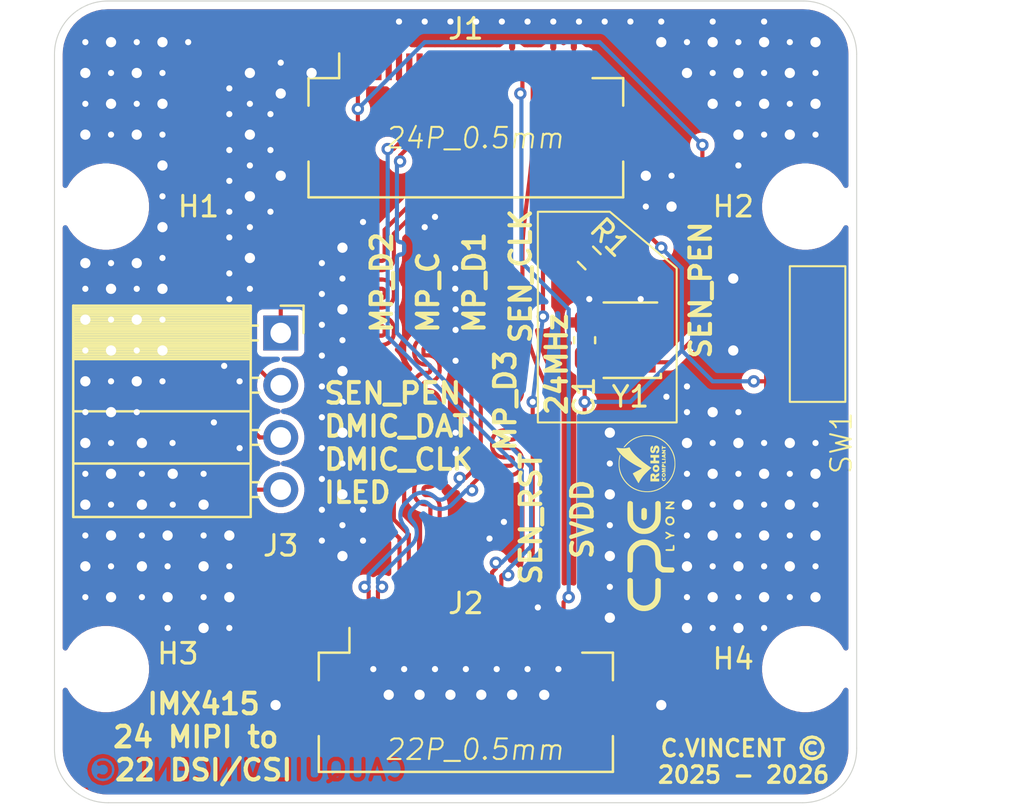
<source format=kicad_pcb>
(kicad_pcb (version 20241229) (generator "pcbnew") (generator_version "9.0")
  (layers (0 "F.Cu" signal) (4 "In1.Cu" signal) (6 "In2.Cu" signal) (2 "B.Cu" signal) (13 "F.Paste" user) (15 "B.Paste" user) (5 "F.SilkS" user "F.Silkscreen") (7 "B.SilkS" user "B.Silkscreen") (1 "F.Mask" user) (3 "B.Mask" user) (25 "Edge.Cuts" user))
  (net 0 "")
  (net 1 "GND")
  (net 2 "/SVDD")
  (net 3 "/MP_DP4")
  (net 4 "/MP_DN1")
  (net 5 "/ILED")
  (net 6 "/MP_CP")
  (net 7 "/MP_DN4")
  (net 8 "/MP_DN2")
  (net 9 "/MP_DP3")
  (net 10 "/DMIC_CLK")
  (net 11 "/MP_DP1")
  (net 12 "/SEN_RST")
  (net 13 "/ID3V3")
  (net 14 "/DMIC_DAT")
  (net 15 "/MP_DN3")
  (net 16 "/SEN_SDA")
  (net 17 "/SEN_PEN")
  (net 18 "/SEN_SCK")
  (net 19 "/MP_CN")
  (net 20 "/SEN_MCLK")
  (net 21 "/MP_DP2")
  (net 23 "Net-(Y1-OUT)")
  (footprint "MountingHole:MountingHole_2.2mm_M2" (layer "F.Cu") (at 52.5 48.5)
    (property "Reference" "H4")
    (property "Value" "MountingHole")
  )
  (footprint "Connector_FFC-FPC:Hirose_FH12-24S-0.5SH_1x24-1MP_P0.50mm_Horizontal" (layer "F.Cu") (at 36 21.05)
    (property "Reference" "J1")
    (property "Value" "Conn_01x24_Pin")
  )
  (footprint "MountingHole:MountingHole_2.2mm_M2" (layer "F.Cu") (at 18.5 48.5)
    (property "Reference" "H3")
    (property "Value" "MountingHole")
  )
  (footprint "Capacitor_SMD:C_0603_1608Metric_Pad1.08x0.95mm_HandSolder" (layer "F.Cu") (at 41.775 32.5 -90)
    (property "Reference" "C1")
    (property "Value" "100n")
  )
  (footprint "Oscillator:Oscillator_SMD_EuroQuartz_XO32-4Pin_3.2x2.5mm" (layer "F.Cu") (at 44 32.5 180)
    (property "Reference" "Y1")
    (property "Value" "XO32")
  )
  (footprint "Custom-Vincent:C223846" (layer "F.Cu") (at 51.5 34.5 180)
    (property "Reference" "SW1")
    (property "Value" "SW_SPDT")
  )
  (footprint "Resistor_SMD:R_0603_1608Metric_Pad0.98x0.95mm_HandSolder" (layer "F.Cu") (at 42 28.5 135)
    (property "Reference" "R1")
    (property "Value" "33")
  )
  (footprint "MountingHole:MountingHole_2.2mm_M2" (layer "F.Cu") (at 52.5 26)
    (property "Reference" "H2")
    (property "Value" "MountingHole")
  )
  (footprint "Connector_PinSocket_2.54mm:PinSocket_1x04_P2.54mm_Horizontal" (layer "F.Cu") (at 27 32.15)
    (property "Reference" "J3")
    (property "Value" "Conn_01x04_Pin")
  )
  (footprint "Connector_FFC-FPC:Hirose_FH12-22S-0.5SH_1x22-1MP_P0.50mm_Horizontal" (layer "F.Cu") (at 36 49)
    (property "Reference" "J2")
    (property "Value" "Conn_01x22_Pin")
  )
  (footprint "LOGO" (layer "F.Cu") (at 44.75 38.5 90)
    (property "Reference" "G***" (hide yes))
    (property "Value" "LOGO" (hide yes))
  )
  (footprint "LOGO" (layer "F.Cu") (at 45 43 90)
    (property "Reference" "G***" (hide yes))
    (property "Value" "LOGO" (hide yes))
  )
  (footprint "MountingHole:MountingHole_2.2mm_M2" (layer "F.Cu") (at 18.5 26)
    (property "Reference" "H1")
    (property "Value" "MountingHole")
  )
  (gr_curve (pts (xy 40.25 36.103069) (xy 40.25 34.607035) (xy 38.75 33.5) (xy 38.75 30)) (stroke (width 0.2)) (layer "F.Cu") (net 18))
  (gr_curve (pts (xy 38.75 45.5) (xy 38.75 44.25) (xy 39.25 44) (xy 39.25 42.75)) (stroke (width 0.2)) (layer "F.Cu") (net 12))
  (gr_curve (pts (xy 39.25 22.5) (xy 39.25 24.5) (xy 38.75 26.5) (xy 38.75 28.25)) (stroke (width 0.2)) (layer "F.Cu") (net 18))
  (gr_line (start 39.25 35.5) (end 39.751679 31.338989) (stroke (width 0.2)) (layer "B.Cu") (net 12))
  (gr_poly (pts (xy 39.5 36.5) (xy 46.25 36.5) (xy 46.25 29) (xy 43 26.25) (xy 39.5 26.25)) (stroke (width 0.1)) (fill no) (layer "F.SilkS"))
  (gr_line (start 18.622189 55) (end 52.379844 55) (stroke (width 0.05)) (layer "Edge.Cuts"))
  (gr_arc (start 55 52.341242) (mid 54.244352 54.217002) (end 52.379844 55) (stroke (width 0.05)) (layer "Edge.Cuts"))
  (gr_arc (start 52.377822 16) (mid 54.227698 16.744839) (end 55.000085 18.583383) (stroke (width 0.05)) (layer "Edge.Cuts"))
  (gr_arc (start 16 18.622189) (mid 16.744851 16.772347) (end 18.583383 16) (stroke (width 0.05)) (layer "Edge.Cuts"))
  (gr_line (start 16.000001 18.622189) (end 16 52.416021) (stroke (width 0.05)) (layer "Edge.Cuts"))
  (gr_arc (start 18.622192 55) (mid 16.772423 54.255223) (end 16 52.416827) (stroke (width 0.05)) (layer "Edge.Cuts"))
  (gr_line (start 55 52.341276) (end 55 18.59) (stroke (width 0.05)) (layer "Edge.Cuts"))
  (gr_line (start 52.377811 16) (end 18.583383 16) (stroke (width 0.05)) (layer "Edge.Cuts"))
  (gr_text "CAUQUIL VINCENT ©" (at 33.25 54 0) (layer "B.Cu" knockout) (effects (font (size 1 1) (thickness 0.2) (bold yes)) (justify left bottom mirror)))
  (gr_text "SEN_PEN" (at 48 33.5 90) (layer "F.SilkS") (effects (font (size 1 1) (thickness 0.2) (bold yes)) (justify left bottom)))
  (gr_text "SEN_RST" (at 39.75 44.5 90) (layer "F.SilkS") (effects (font (size 1 1) (thickness 0.2) (bold yes)) (justify left bottom)))
  (gr_text "MP_C" (at 34.75 32.25 90) (layer "F.SilkS") (effects (font (size 1 1) (thickness 0.2) (bold yes)) (justify left bottom)))
  (gr_text "MP_D2" (at 32.5 32.25 90) (layer "F.SilkS") (effects (font (size 1 1) (thickness 0.2) (bold yes)) (justify left bottom)))
  (gr_text "MP_D1" (at 37 32.25 90) (layer "F.SilkS") (effects (font (size 1 1) (thickness 0.2) (bold yes)) (justify left bottom)))
  (gr_text "24P_0.5mm" (at 32 23.25 0) (layer "F.SilkS") (effects (font (size 1 1) (thickness 0.1) (italic yes)) (justify left bottom)))
  (gr_text "24MHz" (at 41 36.25 90) (layer "F.SilkS") (effects (font (size 1 1) (thickness 0.2) (bold yes)) (justify left bottom)))
  (gr_text "MP_D3" (at 38.5 38 90) (layer "F.SilkS") (effects (font (size 1 1) (thickness 0.2) (bold yes)) (justify left bottom)))
  (gr_text "22P_0.5mm" (at 32 53 0) (layer "F.SilkS") (effects (font (size 1 1) (thickness 0.1) (italic yes)) (justify left bottom)))
  (gr_text "SEN_PEN\nDMIC_DAT\nDMIC_CLK\nILED" (at 29 40.5 0) (layer "F.SilkS") (effects (font (size 1 1) (thickness 0.2) (bold yes)) (justify left bottom)))
  (gr_text "SVDD" (at 42.25 43.25 90) (layer "F.SilkS") (effects (font (size 1 1) (thickness 0.2) (bold yes)) (justify left bottom)))
  (gr_text "IMX415\n24 MIPI to \n22 DSI/CSI\n" (at 23.25 54 0) (layer "F.SilkS") (effects (font (size 1 1) (thickness 0.2) (bold yes)) (justify bottom)))
  (gr_text "C.VINCENT ©\n2025 - 2026" (at 49.5 53 0) (layer "F.SilkS") (effects (font (size 0.8 0.8) (thickness 0.16) (bold yes))))
  (gr_text "SEN_CLK" (at 39.25 32.75 90) (layer "F.SilkS") (effects (font (size 1 1) (thickness 0.2) (bold yes)) (justify left bottom)))
  (segment (start 41.775 30.725) (end 41.775 31.6375) (width 0.2) (layer "F.Cu") (net 1))
  (segment (start 35.5 29.017001) (end 35.482999 29) (width 0.2) (layer "F.Cu") (net 1))
  (segment (start 42 30.5) (end 41.775 30.725) (width 0.2) (layer "F.Cu") (net 1))
  (segment (start 44.775 31.425) (end 44.775 30.775) (width 0.2) (layer "F.Cu") (net 1))
  (segment (start 32.75 19.2) (end 32.75 17.25) (width 0.2) (layer "F.Cu") (net 1))
  (segment (start 36.75 42.55) (end 37.15 42.15) (width 0.2) (layer "F.Cu") (net 1))
  (segment (start 35.25 47.15) (end 35.25 45.75) (width 0.2) (layer "F.Cu") (net 1))
  (segment (start 33.75 47.15) (end 33.75 48.5) (width 0.2) (layer "F.Cu") (net 1))
  (segment (start 44.775 30.775) (end 44.5 30.5) (width 0.2) (layer "F.Cu") (net 1))
  (segment (start 39.75 45.75) (end 39.75 47.15) (width 0.2) (layer "F.Cu") (net 1))
  (segment (start 33.75 47.15) (end 33.75 41.5) (width 0.2) (layer "F.Cu") (net 1))
  (segment (start 33 40.75) (end 33 28) (width 0.2) (layer "F.Cu") (net 1))
  (segment (start 35.5 33.5) (end 35.5 37) (width 0.2) (layer "F.Cu") (net 1))
  (segment (start 41.25 19.2) (end 41.25 17.15) (width 0.2) (layer "F.Cu") (net 1))
  (segment (start 38.25 47.15) (end 38.25 48.5) (width 0.2) (layer "F.Cu") (net 1))
  (segment (start 32.25 47.15) (end 32.25 48.5) (width 0.2) (layer "F.Cu") (net 1))
  (segment (start 40.25 19.2) (end 40.25 17.2) (width 0.2) (layer "F.Cu") (net 1))
  (segment (start 39.5 45.5) (end 39.75 45.75) (width 0.2) (layer "F.Cu") (net 1))
  (segment (start 30.75 47.15) (end 30.75 48.5) (width 0.2) (layer "F.Cu") (net 1))
  (segment (start 36.75 47.15) (end 36.75 48.5) (width 0.2) (layer "F.Cu") (net 1))
  (segment (start 39.75 47.15) (end 39.75 48.5) (width 0.2) (layer "F.Cu") (net 1))
  (segment (start 35.25 47.15) (end 35.25 48.5) (width 0.2) (layer "F.Cu") (net 1))
  (segment (start 32.75 19.2) (end 32.75 20.85) (width 0.2) (layer "F.Cu") (net 1))
  (segment (start 36.75 47.15) (end 36.75 42.55) (width 0.2) (layer "F.Cu") (net 1))
  (segment (start 33 28) (end 34 27) (width 0.2) (layer "F.Cu") (net 1))
  (segment (start 38.25 19.2) (end 38.25 17.25) (width 0.2) (layer "F.Cu") (net 1))
  (segment (start 35.5 33.5) (end 35.5 29.017001) (width 0.2) (layer "F.Cu") (net 1))
  (segment (start 33.75 41.5) (end 33 40.75) (width 0.2) (layer "F.Cu") (net 1))
  (via (at 31 40.75) (size 0.6) (drill 0.3) (layers "F.Cu" "B.Cu") (net 1))
  (via (at 43 40) (size 1.2) (drill 0.5) (layers "F.Cu" "B.Cu") (net 1))
  (via (at 21.25 34.5) (size 0.6) (drill 0.3) (layers "F.Cu" "B.Cu") (net 1))
  (via (at 20.25 42) (size 0.6) (drill 0.3) (layers "F.Cu" "B.Cu") (net 1))
  (via (at 53 37.5) (size 0.6) (drill 0.3) (layers "F.Cu" "B.Cu") (net 1))
  (via (at 21.5 45) (size 1.2) (drill 0.5) (layers "F.Cu" "B.Cu") (net 1))
  (via (at 35.25 49.75) (size 1.2) (drill 0.5) (layers "F.Cu" "B.Cu") (net 1))
  (via (at 48 21) (size 1.2) (drill 0.5) (layers "F.Cu" "B.Cu") (net 1))
  (via (at 51.75 18) (size 0.6) (drill 0.3) (layers "F.Cu" "B.Cu") (net 1))
  (via (at 46.75 18) (size 0.6) (drill 0.3) (layers "F.Cu" "B.Cu") (net 1))
  (via (at 53 21) (size 1.2) (drill 0.5) (layers "F.Cu" "B.Cu") (net 1))
  (via (at 27 19) (size 0.6) (drill 0.3) (layers "F.Cu" "B.Cu") (net 1))
  (via (at 17.5 33) (size 0.6) (drill 0.3) (layers "F.Cu" "B.Cu") (net 1))
  (via (at 50.5 42) (size 1.2) (drill 0.5) (layers "F.Cu" "B.Cu") (net 1))
  (via (at 49.25 40.5) (size 1.2) (drill 0.5) (layers "F.Cu" "B.Cu") (net 1))
  (via (at 48 40.5) (size 0.6) (drill 0.3) (layers "F.Cu" "B.Cu") (net 1))
  (via (at 24.5 26.25) (size 0.6) (drill 0.3) (layers "F.Cu" "B.Cu") (net 1))
  (via (at 51.75 21) (size 0.6) (drill 0.3) (layers "F.Cu" "B.Cu") (net 1))
  (via (at 17.5 19.5) (size 1.2) (drill 0.5) (layers "F.Cu" "B.Cu") (net 1))
  (via (at 25 34.5) (size 0.6) (drill 0.3) (layers "F.Cu" "B.Cu") (net 1))
  (via (at 37.75 17) (size 0.6) (drill 0.3) (layers "F.Cu" "B.Cu") (net 1))
  (via (at 26.75 50.25) (size 1.2) (drill 0.5) (layers "F.Cu" "B.Cu") (net 1))
  (via (at 51.75 19.5) (size 1.2) (drill 0.5) (layers "F.Cu" "B.Cu") (net 1))
  (via (at 35.25 17) (size 0.6) (drill 0.3) (layers "F.Cu" "B.Cu") (net 1))
  (via (at 30 35.5) (size 0.6) (drill 0.3) (layers "F.Cu" "B.Cu") (net 1))
  (via (at 21.25 30) (size 1.2) (drill 0.5) (layers "F.Cu" "B.Cu") (net 1))
  (via (at 49.25 24) (size 0.6) (drill 0.3) (layers "F.Cu" "B.Cu") (net 1))
  (via (at 49 29.5) (size 1.2) (drill 0.5) (layers "F.Cu" "B.Cu") (net 1))
  (via (at 50.5 37.5) (size 0.6) (drill 0.3) (layers "F.Cu" "B.Cu") (net 1))
  (via (at 33 48.5) (size 0.6) (drill 0.3) (layers "F.Cu" "B.Cu") (net 1))
  (via (at 29 36.25) (size 0.6) (drill 0.3) (layers "F.Cu" "B.Cu") (net 1))
  (via (at 18.75 22.5) (size 0.6) (drill 0.3) (layers "F.Cu" "B.Cu") (net 1))
  (via (at 44 17) (size 0.6) (drill 0.3) (layers "F.Cu" "B.Cu") (net 1))
  (via (at 53 18) (size 1.2) (drill 0.5) (layers "F.Cu" "B.Cu") (net 1))
  (via (at 17.5 42) (size 0.6) (drill 0.3) (layers "F.Cu" "B.Cu") (net 1))
  (via (at 35.5 38) (size 0.6) (drill 0.3) (layers "F.Cu" "B.Cu") (net 1))
  (via (at 18.75 30) (size 1.2) (drill 0.5) (layers "F.Cu" "B.Cu") (net 1))
  (via (at 50.5 40.5) (size 0.6) (drill 0.3) (layers "F.Cu" "B.Cu") (net 1))
  (via (at 51.75 43.5) (size 1.2) (drill 0.5) (layers "F.Cu" "B.Cu") (net 1))
  (via (at 44.5 30.5) (size 0.6) (drill 0.3) (layers "F.Cu" "B.Cu") (net 1))
  (via (at 17.5 40.5) (size 1.2) (drill 0.5) (layers "F.Cu" "B.Cu") (net 1))
  (via (at 24.5 21.5) (size 0.6) (drill 0.3) (layers "F.Cu" "B.Cu") (net 1))
  (via (at 23.25 42) (size 0.6) (drill 0.3) (layers "F.Cu" "B.Cu") (net 1))
  (via (at 46 26) (size 1.2) (drill 0.5) (layers "F.Cu" "B.Cu") (net 1))
  (via (at 34 27) (size 0.6) (drill 0.3) (layers "F.Cu" "B.Cu") (net 1))
  (via (at 25.5 25.5) (size 1.2) (drill 0.5) (layers "F.Cu" "B.Cu") (net 1))
  (via (at 24.5 23.25) (size 0.6) (drill 0.3) (layers "F.Cu" "B.Cu") (net 1))
  (via (at 23.25 45) (size 0.6) (drill 0.3) (layers "F.Cu" "B.Cu") (net 1))
  (via (at 26.5 23.25) (size 0.6) (drill 0.3) (layers "F.Cu" "B.Cu") (net 1))
  (via (at 17.5 31.5) (size 1.2) (drill 0.5) (layers "F.Cu" "B.Cu") (net 1))
  (via (at 18.75 21) (size 1.2) (drill 0.5) (layers "F.Cu" "B.Cu") (net 1))
  (via (at 46.75 45) (size 0.6) (drill 0.3) (layers "F.Cu" "B.Cu") (net 1))
  (via (at 27 20.5) (size 1.2) (drill 0.5) (layers "F.Cu" "B.Cu") (net 1))
  (via (at 50.5 45) (size 1.2) (drill 0.5) (layers "F.Cu" "B.Cu") (net 1))
  (via (at 28.5 19.5) (size 1.2) (drill 0.5) (layers "F.Cu" "B.Cu") (net 1))
  (via (at 32.75 17) (size 0.6) (drill 0.3) (layers "F.Cu" "B.Cu") (net 1))
  (via (at 17.5 18) (size 0.6) (drill 0.3) (layers "F.Cu" "B.Cu") (net 1))
  (via (at 23.25 43.5) (size 1.2) (drill 0.5) (layers "F.Cu" "B.Cu") (net 1))
  (via (at 51.75 37.5) (size 1.2) (drill 0.5) (layers "F.Cu" "B.Cu") (net 1))
  (via (at 50.5 39) (size 1.2) (drill 0.5) (layers "F.Cu" "B.Cu") (net 1))
  (via (at 53 45) (size 1.2) (drill 0.5) (layers "F.Cu" "B.Cu") (net 1))
  (via (at 23.25 40.5) (size 1.2) (drill 0.5) (layers "F.Cu" "B.Cu") (net 1))
  (via (at 48 43.5) (size 0.6) (drill 0.3) (layers "F.Cu" "B.Cu") (net 1))
  (via (at 20 33) (size 0.6) (drill 0.3) (layers "F.Cu" "B.Cu") (net 1))
  (via (at 30 43) (size 1.2) (drill 0.5) (layers "F.Cu" "B.Cu") (net 1))
  (via (at 44.75 24.5) (size 1.2) (drill 0.5) (layers "F.Cu" "B.Cu") (net 1))
  (via (at 21.75 39) (size 1.2) (drill 0.5) (layers "F.Cu" "B.Cu") (net 1))
  (via (at 18.75 31.5) (size 0.6) (drill 0.3) (layers "F.Cu" "B.Cu") (net 1))
  (via (at 18.75 43.5) (size 0.6) (drill 0.3) (layers "F.Cu" "B.Cu") (net 1))
  (via (at 45.5 50.25) (size 1.2) (drill 0.5) (layers "F.Cu" "B.Cu") (net 1))
  (via (at 50.5 17) (size 0.6) (drill 0.3) (layers "F.Cu" "B.Cu") (net 1))
  (via (at 48 39) (size 1.2) (drill 0.5) (layers "F.Cu" "B.Cu") (net 1))
  (via (at 23.75 36.5) (size 0.6) (drill 0.3) (layers "F.Cu" "B.Cu") (net 1))
  (via (at 29 31.75) (size 0.6) (drill 0.3) (layers "F.Cu" "B.Cu") (net 1))
  (via (at 21.75 40.5) (size 0.6) (drill 0.3) (layers "F.Cu" "B.Cu") (net 1))
  (via (at 29 34.75) (size 0.6) (drill 0.3) (layers "F.Cu" "B.Cu") (net 1))
  (via (at 53 40.5) (size 0.6) (drill 0.3) (layers "F.Cu" "B.Cu") (net 1))
  (via (at 18.75 34.5) (size 0.6) (drill 0.3) (layers "F.Cu" "B.Cu") (net 1))
  (via (at 17.5 36) (size 0.6) (drill 0.3) (layers "F.Cu" "B.Cu") (net 1))
  (via (at 34.5 26.5) (size 0.6) (drill 0.3) (layers "F.Cu" "B.Cu") (net 1))
  (via (at 39 48.5) (size 0.6) (drill 0.3) (layers "F.Cu" "B.Cu") (net 1))
  (via (at 36 48.5) (size 0.6) (drill 0.3) (layers "F.Cu" "B.Cu") (net 1))
  (via (at 29 42.25) (size 0.6) (drill 0.3) (layers "F.Cu" "B.Cu") (net 1))
  (via (at 24.5 24.75) (size 0.6) (drill 0.3) (layers "F.Cu" "B.Cu") (net 1))
  (via (at 40.25 17) (size 0.6) (drill 0.3) (layers "F.Cu" "B.Cu") (net 1))
  (via (at 17.5 34.5) (size 1.2) (drill 0.5) (layers "F.Cu" "B.Cu") (net 1))
  (via (at 38.25 49.75) (size 1.2) (drill 0.5) (layers "F.Cu" "B.Cu") (net 1))
  (via (at 22.5 18) (size 0.6) (drill 0.3) (layers "F.Cu" "B.Cu") (net 1))
  (via (at 46.75 37.5) (size 1.2) (drill 0.5) (layers "F.Cu" "B.Cu") (net 1))
  (via (at 35.5 32) (size 0.6) (drill 0.3) (layers "F.Cu" "B.Cu") (net 1))
  (via (at 53 22.5) (size 0.6) (drill 0.3) (layers "F.Cu" "B.Cu") (net 1))
  (via (at 48 18) (size 1.2) (drill 0.5) (layers "F.Cu" "B.Cu") (net 1))
  (via (at 20 34.5) (size 1.2) (drill 0.5) (layers "F.Cu" "B.Cu") (net 1))
  (via (at 21.25 33) (size 1.2) (drill 0.5) (layers "F.Cu" "B.Cu") (net 1))
  (via (at 21.5 43.5) (size 0.6) (drill 0.3) (layers "F.Cu" "B.Cu") (net 1))
  (via (at 23.25 39) (size 0.6) (drill 0.3) (layers "F.Cu" "B.Cu") (net 1))
  (via (at 31 42.25) (size 0.6) (drill 0.3) (layers "F.Cu" "B.Cu") (net 1))
  (via (at 24.25 33.75) (size 0.6) (drill 0.3) (layers "F.Cu" "B.Cu") (net 1))
  (via (at 29 28.75) (size 0.6) (drill 0.3) (layers "F.Cu" "B.Cu") (net 1))
  (via (at 23.25 46.5) (size 1.2) (drill 0.5) (layers "F.Cu" "B.Cu") (net 1))
  (via (at 21.25 24) (size 1.2) (drill 0.5) (layers "F.Cu" "B.Cu") (net 1))
  (via (at 24.5 46.5) (size 0.6) (drill 0.3) (layers "F.Cu" "B.Cu") (net 1))
  (via (at 42.75 17) (size 0.6) (drill 0.3) (layers "F.Cu" "B.Cu") (net 1))
  (via (at 49.25 22.5) (size 1.2) (drill 0.5) (layers "F.Cu" "B.Cu") (net 1))
  (via (at 36.5 17) (size 0.6) (drill 0.3) (layers "F.Cu" "B.Cu") (net 1))
  (via (at 43 46) (size 1.2) (drill 0.5) (layers "F.Cu" "B.Cu") (net 1))
  (via (at 35.482999 30) (size 0.6) (drill 0.3) (layers "F.Cu" "B.Cu") (net 1))
  (via (at 51.75 39) (size 0.6) (drill 0.3) (layers "F.Cu" "B.Cu") (net 1))
  (via (at 48 17) (size 0.6) (drill 0.3) (layers "F.Cu" "B.Cu") (net 1))
  (via (at 53 42) (size 1.2) (drill 0.5) (layers "F.Cu" "B.Cu") (net 1))
  (via (at 21.25 25.5) (size 0.6) (drill 0.3) (layers "F.Cu" "B.Cu") (net 1))
  (via (at 36.75 49.75) (size 1.2) (drill 0.5) (layers "F.Cu" "B.Cu") (net 1))
  (via (at 27 24.5) (size 1.2) (drill 0.5) (layers "F.Cu" "B.Cu") (net 1))
  (via (at 53 43.5) (size 0.6) (drill 0.3) (layers "F.Cu" "B.Cu") (net 1))
  (via (at 20 30) (size 0.6) (drill 0.3) (layers "F.Cu" "B.Cu") (net 1))
  (via (at 18.75 33) (size 1.2) (drill 0.5) (layers "F.Cu" "B.Cu") (net 1))
  (via (at 49.25 42) (size 0.6) (drill 0.3) (layers "F.Cu" "B.Cu") (net 1))
  (via (at 37.15 42.15) (size 0.6) (drill 0.3) (layers "F.Cu" "B.Cu") (net 1))
  (via (at 25 37.75) (size 0.6) (drill 0.3) (layers "F.Cu" "B.Cu") (net 1))
  (via (at 25.5 24) (size 0.6) (drill 0.3) (layers "F.Cu" "B.Cu") (net 1))
  (via (at 35.5 33.5) (size 0.6) (drill 0.3) (layers "F.Cu" "B.Cu") (net 1))
  (via (at 48 46.5) (size 0.6) (drill 0.3) (layers "F.Cu" "B.Cu") (net 1))
  (via (at 49.25 37.5) (size 1.2) (drill 0.5) (layers "F.Cu" "B.Cu") (net 1))
  (via (at 18.75 40.5) (size 0.6) (drill 0.3) (layers "F.Cu" "B.Cu") (net 1))
  (via (at 17.5 45) (size 0.6) (drill 0.3) (layers "F.Cu" "B.Cu") (net 1))
  (via (at 24.5 30.5) (size 0.6) (drill 0.3) (layers "F.Cu" "B.Cu") (net 1))
  (via (at 49 33) (size 1.2) (drill 0.5) (layers "F.Cu" "B.Cu") (net 1))
  (via (at 49.25 36) (size 0.6) (drill 0.3) (layers "F.Cu" "B.Cu") (net 1))
  (via (at 21.5 46.5) (size 0.6) (drill 0.3) (layers "F.Cu" "B.Cu") (net 1))
  (via (at 17.5 43.5) (size 1.2) (drill 0.5) (layers "F.Cu" "B.Cu") (net 1))
  (via (at 29 37.75) (size 0.6) (drill 0.3) (layers "F.Cu" "B.Cu") (net 1))
  (via (at 50.5 22.5) (size 0.6) (drill 0.3) (layers "F.Cu" "B.Cu") (net 1))
  (via (at 30 40) (size 1.2) (drill 0.5) (layers "F.Cu" "B.Cu") (net 1))
  (via (at 45.75 35.25) (size 0.6) (drill 0.3) (layers "F.Cu" "B.Cu") (net 1))
  (via (at 46 24.5) (size 0.6) (drill 0.3) (layers "F.Cu" "B.Cu") (net 1))
  (via (at 49.25 19.5) (size 1.2) (drill 0.5) (layers "F.Cu" "B.Cu") (net 1))
  (via (at 50.5 43.5) (size 0.6) (drill 0.3) (layers "F.Cu" "B.Cu") (net 1))
  (via (at 24.5 45) (size 1.2) (drill 0.5) (layers "F.Cu" "B.Cu") (net 1))
  (via (at 18.75 42) (size 1.2) (drill 0.5) (layers "F.Cu" "B.Cu") (net 1))
  (via (at 17.5 28.75) (size 1.2) (drill 0.5) (layers "F.Cu" "B.Cu") (net 1))
  (via (at 29 30.25) (size 0.6) (drill 0.3) (layers "F.Cu" "B.Cu") (net 1))
  (via (at 39 17) (size 0.6) (drill 0.3) (layers "F.Cu" "B.Cu") (net 1))
  (via (at 30 37) (size 1.2) (drill 0.5) (layers "F.Cu" "B.Cu") (net 1))
  (via (at 49.25 46.5) (size 1.2) (drill 0.5) (layers "F.Cu" "B.Cu") (net 1))
  (via (at 34.5 48.5) (size 0.6) (drill 0.3) (layers "F.Cu" "B.Cu") (net 1))
  (via (at 48 36) (size 1.2) (drill 0.5) (layers "F.Cu" "B.Cu") (net 1))
  (via (at 48 37.5) (size 0.6) (drill 0.3) (layers "F.Cu" "B.Cu") (net 1))
  (via (at 48 42) (size 1.2) (drill 0.5) (layers "F.Cu" "B.Cu") (net 1))
  (via (at 46.75 46.5) (size 1.2) (drill 0.5) (layers "F.Cu" "B.Cu") (net 1))
  (via (at 24.5 27.5) (size 0.6) (drill 0.3) (layers "F.Cu" "B.Cu") (net 1))
  (via (at 20 28.75) (size 1.2) (drill 0.5) (layers "F.Cu" "B.Cu") (net 1))
  (via (at 21.25 19.5) (size 0.6) (drill 0.3) (layers "F.Cu" "B.Cu") (net 1))
  (via (at 21.25 31.5) (size 0.6) (drill 0.3) (layers "F.Cu" "B.Cu") (net 1))
  (via (at 21.25 21) (size 1.2) (drill 0.5) (layers "F.Cu" "B.Cu") (net 1))
  (via (at 51.75 22.5) (size 1.2) (drill 0.5) (layers "F.Cu" "B.Cu") (net 1))
  (via (at 32.25 49.75) (size 1.2) (drill 0.5) (layers "F.Cu" "B.Cu") (net 1))
  (via (at 21.25 28.5) (size 0.6) (drill 0.3) (layers "F.Cu" "B.Cu") (net 1))
  (via (at 21.25 18) (size 1.2) (drill 0.5) (layers "F.Cu" "B.Cu") (net 1))
  (via (at 35.5 31) (size 0.6) (drill 0.3) (layers "F.Cu" "B.Cu") (net 1))
  (via (at 17.5 22.5) (size 1.2) (drill 0.5) (layers "F.Cu" "B.Cu") (net 1))
  (via (at 46.75 42) (size 0.6) (drill 0.3) (layers "F.Cu" "B.Cu") (net 1))
  (via (at 50.5 18) (size 1.2) (drill 0.5) (layers "F.Cu" "B.Cu") (net 1))
  (via (at 39.809597 49.754438) (size 1.2) (drill 0.5) (layers "F.Cu" "B.Cu") (net 1))
  (via (at 35.5 37) (size 0.6) (drill 0.3) (layers "F.Cu" "B.Cu") (net 1))
  (via (at 30 41.5) (size 0.6) (drill 0.3) (layers "F.Cu" "B.Cu") (net 1))
  (via (at 20.25 40.5) (size 1.2) (drill 0.5) (layers "F.Cu" "B.Cu") (net 1))
  (via (at 35.482999 29) (size 0.6) (drill 0.3) (layers "F.Cu" "B.Cu") (net 1))
  (via (at 30 28) (size 1.2) (drill 0.5) (layers "F.Cu" "B.Cu") (net 1))
  (via (at 50.5 21) (size 1.2) (drill 0.5) (layers "F.Cu" "B.Cu") (net 1))
  (via (at 30 31) (size 1.2) (drill 0.5) (layers "F.Cu" "B.Cu") (net 1))
  (via (at 20 18) (size 0.6) (drill 0.3) (layers "F.Cu" "B.Cu") (net 1))
  (via (at 51.75 45) (size 0.6) (drill 0.3) (layers "F.Cu" "B.Cu") (net 1))
  (via (at 50.5 46.5) (size 0.6) (drill 0.3) (layers "F.Cu" "B.Cu") (net 1))
  (via (at 50.5 19.5) (size 0.6) (drill 0.3) (layers "F.Cu" "B.Cu") (net 1))
  (via (at 18.75 19.5) (size 0.6) (drill 0.3) (layers "F.Cu" "B.Cu") (net 1))
  (via (at 43 37) (size 1.2) (drill 0.5) (layers "F.Cu" "B.Cu") (net 1))
  (via (at 42 30.5) (size 0.6) (drill 0.3) (layers "F.Cu" "B.Cu") (net 1))
  (via (at 20.25 37.5) (size 1.2) (drill 0.5) (layers "F.Cu" "B.Cu") (net 1))
  (via (at 25.5 28.5) (size 1.2) (drill 0.5) (layers "F.Cu" "B.Cu") (net 1))
  (via (at 46.75 19.5) (size 1.2) (drill 0.5) (layers "F.Cu" "B.Cu") (net 1))
  (via (at 20 22.5) (size 1.2) (drill 0.5) (layers "F.Cu" "B.Cu") (net 1))
  (via (at 53 19.5) (size 0.6) (drill 0.3) (layers "F.Cu" "B.Cu") (net 1))
  (via (at 17.5 21) (size 0.6) (drill 0.3) (layers "F.Cu" "B.Cu") (net 1))
  (via (at 20 31.5) (size 1.2) (drill 0.5) (layers "F.Cu" "B.Cu") (net 1))
  (via (at 49.25 39) (size 0.6) (drill 0.3) (layers "F.Cu" "B.Cu") (net 1))
  (via (at 20 19.5) (size 1.2) (drill 0.5) (layers "F.Cu" "B.Cu") (net 1))
  (via (at 51.75 42) (size 0.6) (drill 0.3) (layers "F.Cu" "B.Cu") (net 1))
  (via (at 49.25 43.5) (size 1.2) (drill 0.5) (layers "F.Cu" "B.Cu") (net 1))
  (via (at 20 21) (size 0.6) (drill 0.3) (layers "F.Cu" "B.Cu") (net 1))
  (via (at 20.25 43.5) (size 1.2) (drill 0.5) (layers "F.Cu" "B.Cu") (net 1))
  (via (at 25.5 30) (size 0.6) (drill 0.3) (layers "F.Cu" "B.Cu") (net 1))
  (via (at 26.5 26.25) (size 0.6) (drill 0.3) (layers "F.Cu" "B.Cu") (net 1))
  (via (at 46.75 43.5) (size 1.2) (drill 0.5) (layers "F.Cu" "B.Cu") (net 1))
  (via (at 43 43) (size 1.2) (drill 0.5) (layers "F.Cu" "B.Cu") (net 1))
  (via (at 48 19.5) (size 0.6) (drill 0.3) (layers "F.Cu" "B.Cu") (net 1))
  (via (at 18.75 45) (size 1.2) (drill 0.5) (layers "F.Cu" "B.Cu") (net 1))
  (via (at 41.5 17) (size 0.6) (drill 0.3) (layers "F.Cu" "B.Cu") (net 1))
  (via (at 39.5 45.5) (size 0.6) (drill 0.3) (layers "F.Cu" "B.Cu") (net 1))
  (via (at 29 40.75) (size 0.6) (drill 0.3) (layers "F.Cu" "B.Cu") (net 1))
  (via (at 18.75 36) (size 1.2) (drill 0.5) (layers "F.Cu" "B.Cu") (net 1))
  (via (at 29 33.25) (size 0.6) (drill 0.3) (layers "F.Cu" "B.Cu") (net 1))
  (via (at 43 44.5) (size 0.6) (drill 0.3) (layers "F.Cu" "B.Cu") (net 1))
  (via (at 45.5 18) (size 1.2) (drill 0.5) (layers "F.Cu" "B.Cu") (net 1))
  (via (at 30 38.5) (size 0.6) (drill 0.3) (layers "F.Cu" "B.Cu") (net 1))
  (via (at 49.25 18) (size 0.6) (drill 0.3) (layers "F.Cu" "B.Cu") (net 1))
  (via (at 24.5 20.25) (size 0.6) (drill 0.3) (layers "F.Cu" "B.Cu") (net 1))
  (via (at 21.74 37.5) (size 0.6) (drill 0.3) (layers "F.Cu" "B.Cu") (net 1))
  (via (at 18.75 18) (size 1.2) (drill 0.5) (layers "F.Cu" "B.Cu") (net 1))
  (via (at 17.5 37.5) (size 1.2) (drill 0.5) (layers "F.Cu" "B.Cu") (net 1))
  (via (at 17.5 39) (size 0.6) (drill 0.3) (layers "F.Cu" "B.Cu") (net 1))
  (via (at 25.5 27) (size 0.6) (drill 0.3) (layers "F.Cu" "B.Cu") (net 1))
  (via (at 24.5 29.25) (size 0.6) (drill 0.3) (layers "F.Cu" "B.Cu") (net 1))
  (via (at 31 26.75) (size 0.6) (drill 0.3) (layers "F.Cu" "B.Cu") (net 1))
  (via (at 30 32.5) (size 0.6) (drill 0.3) (layers "F.Cu" "B.Cu") (net 1))
  (via (at 43 41.5) (size 0.6) (drill 0.3) (layers "F.Cu" "B.Cu") (net 1))
  (via (at 21.5 42) (size 1.2) (drill 0.5) (layers "F.Cu" "B.Cu") (net 1))
  (via (at 53 39) (size 1.2) (drill 0.5) (layers "F.Cu" "B.Cu") (net 1))
  (via (at 18.75 28.75) (size 0.6) (drill 0.3) (layers "F.Cu" "B.Cu") (net 1))
  (via (at 17.5 30) (size 0.6) (drill 0.3) (layers "F.Cu" "B.Cu") (net 1))
  (via (at 43 38.5) (size 0.6) (drill 0.3) (layers "F.Cu" "B.Cu") (net 1))
  (via (at 20 36) (size 0.6) (drill 0.3) (layers "F.Cu" "B.Cu") (net 1))
  (via (at 34 17) (size 0.6) (drill 0.3) (layers "F.Cu" "B.Cu") (net 1))
  (via (at 46.75 39) (size 0.6) (drill 0.3) (layers "F.Cu" "B.Cu") (net 1))
  (via (at 25.5 22.5) (size 1.2) (drill 0.5) (layers "F.Cu" "B.Cu") (net 1))
  (via (at 26.5 21.5) (size 0.6) (drill 0.3) (layers "F.Cu" "B.Cu") (net 1))
  (via (at 46.75 40.5) (size 1.2) (drill 0.5) (layers "F.Cu" "B.Cu") (net 1))
  (via (at 20.25 45) (size 0.6) (drill 0.3) (layers "F.Cu" "B.Cu") (net 1))
  (via (at 29 39.25) (size 0.6) (drill 0.3) (layers "F.Cu" "B.Cu") (net 1))
  (via (at 45.5 17) (size 0.6) (drill 0.3) (layers "F.Cu" "B.Cu") (net 1))
  (via (at 37.5 48.5) (size 0.6) (drill 0.3) (layers "F.Cu" "B.Cu") (net 1))
  (via (at 46.75 34.75) (size 0.6) (drill 0.3) (layers "F.Cu" "B.Cu") (net 1))
  (via (at 21.25 22.5) (size 0.6) (drill 0.3) (layers "F.Cu" "B.Cu") (net 1))
  (via (at 49.25 21) (size 0.6) (drill 0.3) (layers "F.Cu" "B.Cu") (net 1))
  (via (at 30 34) (size 1.2) (drill 0.5) (layers "F.Cu" "B.Cu") (net 1))
  (via (at 21.25 27) (size 1.2) (drill 0.5) (layers "F.Cu" "B.Cu") (net 1))
  (via (at 37.85 41.34) (size 0.6) (drill 0.3) (layers "F.Cu" "B.Cu") (net 1))
  (via (at 30 29.5) (size 0.6) (drill 0.3) (layers "F.Cu" "B.Cu") (net 1))
  (via (at 20.25 39) (size 0.6) (drill 0.3) (layers "F.Cu" "B.Cu") (net 1))
  (via (at 25.5 19.5) (size 1.2) (drill 0.5) (layers "F.Cu" "B.Cu") (net 1))
  (via (at 18.75 39) (size 1.2) (drill 0.5) (layers "F.Cu" "B.Cu") (net 1))
  (via (at 44.75 26) (size 0.6) (drill 0.3) (layers "F.Cu" "B.Cu") (net 1))
  (via (at 48 45) (size 1.2) (drill 0.5) (layers "F.Cu" "B.Cu") (net 1))
  (via (at 31.5 48.5) (size 0.6) (drill 0.3) (layers "F.Cu" "B.Cu") (net 1))
  (via (at 18.75 37.5) (size 0.6) (drill 0.3) (layers "F.Cu" "B.Cu") (net 1))
  (via (at 33.75 49.75) (size 1.2) (drill 0.5) (layers "F.Cu" "B.Cu") (net 1))
  (via (at 24.5 43.5) (size 0.6) (drill 0.3) (layers "F.Cu" "B.Cu") (net 1))
  (via (at 25.5 21) (size 0.6) (drill 0.3) (layers "F.Cu" "B.Cu") (net 1))
  (via (at 49.25 45) (size 0.6) (drill 0.3) (layers "F.Cu" "B.Cu") (net 1))
  (via (at 46.75 36) (size 0.6) (drill 0.3) (layers "F.Cu" "B.Cu") (net 1))
  (via (at 51.75 40.5) (size 1.2) (drill 0.5) (layers "F.Cu" "B.Cu") (net 1))
  (via (at 24.5 42) (size 1.2) (drill 0.5) (layers "F.Cu" "B.Cu") (net 1))
  (via (at 40.5 48.5) (size 0.6) (drill 0.3) (layers "F.Cu" "B.Cu") (net 1))
  (segment (start 44.5 30.5) (end 42 30.5) (width 0.2) (layer "B.Cu") (net 1))
  (segment (start 43.225 33.575) (end 41.9875 33.575) (width 0.2) (layer "F.Cu") (net 2))
  (segment (start 41.775 33.3625) (end 41.775 45.475) (width 0.2) (layer "F.Cu") (net 2))
  (segment (start 41.25 46) (end 41.25 47.15) (width 0.2) (layer "F.Cu") (net 2))
  (segment (start 41.9875 33.575) (end 41.775 33.3625) (width 0.2) (layer "F.Cu") (net 2))
  (segment (start 41.75 24.25) (end 41.75 19.2) (width 0.2) (layer "F.Cu") (net 2))
  (segment (start 45.5 28) (end 41.75 24.25) (width 0.2) (layer "F.Cu") (net 2))
  (segment (start 41.775 45.475) (end 41.25 46) (width 0.2) (layer "F.Cu") (net 2))
  (segment (start 50 34.5) (end 51.5 34.5) (width 0.2) (layer "F.Cu") (net 2))
  (via (at 45.5 28) (size 0.6) (drill 0.3) (layers "F.Cu" "B.Cu") (net 2))
  (via (at 50 34.5) (size 0.6) (drill 0.3) (layers "F.Cu" "B.Cu") (net 2))
  (via (at 41.775 35.5) (size 0.6) (drill 0.3) (layers "F.Cu" "B.Cu") (net 2))
  (segment (start 48 34.5) (end 50 34.5) (width 0.2) (layer "B.Cu") (net 2))
  (segment (start 46.5 29) (end 45.5 28) (width 0.2) (layer "B.Cu") (net 2))
  (segment (start 47.5 34) (end 47 33.5) (width 0.2) (layer "B.Cu") (net 2))
  (segment (start 47 33.5) (end 46.5 33) (width 0.2) (layer "B.Cu") (net 2))
  (segment (start 47.5 34) (end 48 34.5) (width 0.2) (layer "B.Cu") (net 2))
  (segment (start 46.5 33) (end 46.5 29) (width 0.2) (layer "B.Cu") (net 2))
  (segment (start 41.775 35.5) (end 44 35.5) (width 0.2) (layer "B.Cu") (net 2))
  (segment (start 46.5 33) (end 46.5 32) (width 0.2) (layer "B.Cu") (net 2))
  (segment (start 46.5 32) (end 46.5 32.5) (width 0.2) (layer "B.Cu") (net 2))
  (segment (start 44 35.5) (end 46.5 33) (width 0.2) (layer "B.Cu") (net 2))
  (segment (start 37.725 46.595) (end 37.725 43.976626) (width 0.2) (layer "F.Cu") (net 3))
  (segment (start 33.75 19.2) (end 33.75 20.175001) (width 0.2) (layer "F.Cu") (net 3))
  (segment (start 32.800521 23.517678) (end 32.800521 23.800521) (width 0.2) (layer "F.Cu") (net 3))
  (segment (start 33.725 22.593199) (end 32.800521 23.517678) (width 0.2) (layer "F.Cu") (net 3))
  (segment (start 37.72 46.6) (end 37.725 46.595) (width 0.2) (layer "F.Cu") (net 3))
  (segment (start 33.725 20.200001) (end 33.725 22.593199) (width 0.2) (layer "F.Cu") (net 3))
  (segment (start 37.725 43.976626) (end 37.775348 43.926278) (width 0.2) (layer "F.Cu") (net 3))
  (segment (start 33.75 20.175001) (end 33.725 20.200001) (width 0.2) (layer "F.Cu") (net 3))
  (segment (start 37.775348 43.926278) (end 38.058191 43.926278) (width 0.2) (layer "F.Cu") (net 3))
  (via (at 38.058191 43.926278) (size 0.6) (drill 0.3) (layers "F.Cu" "B.Cu") (net 3))
  (via (at 32.800521 23.800521) (size 0.6) (drill 0.3) (layers "F.Cu" "B.Cu") (net 3))
  (segment (start 33.00485 27.908683) (end 33.00485 28.153313) (width 0.2) (layer "B.Cu") (net 3))
  (segment (start 39.170001 42.531625) (end 38.058191 43.643435) (width 0.2) (layer "B.Cu") (net 3))
  (segment (start 32.64948 28.753313) (end 32.64948 31.722658) (width 0.2) (layer "B.Cu") (net 3))
  (segment (start 38.058191 43.643435) (end 38.058191 43.926278) (width 0.2) (layer "B.Cu") (net 3))
  (segment (start 32.64948 32.14948) (end 39.170001 38.670001) (width 0.2) (layer "B.Cu") (net 3))
  (segment (start 32.64948 23.951562) (end 32.64948 27.553313) (width 0.2) (layer "B.Cu") (net 3))
  (segment (start 32.64948 28.508683) (end 32.64948 28.753313) (width 0.2) (layer "B.Cu") (net 3))
  (segment (start 32.800521 23.800521) (end 32.64948 23.951562) (width 0.2) (layer "B.Cu") (net 3))
  (segment (start 32.64948 31.722658) (end 32.64948 32.14948) (width 0.2) (layer "B.Cu") (net 3))
  (segment (start 39.170001 38.670001) (end 39.170001 42.531625) (width 0.2) (layer "B.Cu") (net 3))
  (arc (start 32.827165 28.330998) (mid 32.701523 28.383041) (end 32.64948 28.508683) (width 0.2) (layer "B.Cu") (net 3))
  (arc (start 32.64948 27.553313) (mid 32.701523 27.678955) (end 32.827165 27.730998) (width 0.2) (layer "B.Cu") (net 3))
  (arc (start 32.827165 27.730998) (mid 32.952807 27.783041) (end 33.00485 27.908683) (width 0.2) (layer "B.Cu") (net 3))
  (arc (start 33.00485 28.153313) (mid 32.952807 28.278955) (end 32.827165 28.330998) (width 0.2) (layer "B.Cu") (net 3))
  (segment (start 36.25 19.2) (end 36.25 20.175001) (width 0.2) (layer "F.Cu") (net 4))
  (segment (start 35.982322 39.199479) (end 35.699479 39.199479) (width 0.2) (layer "F.Cu") (net 4))
  (segment (start 31.274999 47.125001) (end 31.274999 44.699999) (width 0.2) (layer "F.Cu") (net 4))
  (segment (start 36.25 20.175001) (end 36.275 20.200001) (width 0.2) (layer "F.Cu") (net 4))
  (segment (start 31.274999 44.699999) (end 31.075 44.5) (width 0.2) (layer "F.Cu") (net 4))
  (segment (start 36.275 38.906801) (end 35.982322 39.199479) (width 0.2) (layer "F.Cu") (net 4))
  (segment (start 36.275 20.200001) (end 36.275 38.906801) (width 0.2) (layer "F.Cu") (net 4))
  (segment (start 31.25 47.15) (end 31.274999 47.125001) (width 0.2) (layer "F.Cu") (net 4))
  (via (at 31.075 44.5) (size 0.6) (drill 0.3) (layers "F.Cu" "B.Cu") (net 4))
  (via (at 35.699479 39.199479) (size 0.6) (drill 0.3) (layers "F.Cu" "B.Cu") (net 4))
  (segment (start 31.274999 44.300001) (end 31.075 44.5) (width 0.2) (layer "B.Cu") (net 4))
  (segment (start 33.341698 40.150118) (end 33.055319 40.436496) (width 0.2) (layer "B.Cu") (net 4))
  (segment (start 33.055319 42.12648) (end 32.768942 42.41286) (width 0.2) (layer "B.Cu") (net 4))
  (segment (start 35.699479 39.199479) (end 35.699479 39.482322) (width 0.2) (layer "B.Cu") (net 4))
  (segment (start 35.699479 39.482322) (end 35.031683 40.150118) (width 0.2) (layer "B.Cu") (net 4))
  (segment (start 31.274999 43.906802) (end 31.274999 44.300001) (width 0.2) (layer "B.Cu") (net 4))
  (segment (start 32.3409 42.840901) (end 31.274999 43.906802) (width 0.2) (layer "B.Cu") (net 4))
  (segment (start 32.768942 42.41286) (end 32.3409 42.840901) (width 0.2) (layer "B.Cu") (net 4))
  (arc (start 35.031683 40.150118) (mid 34.768286 40.259221) (end 34.504889 40.150118) (width 0.2) (layer "B.Cu") (net 4))
  (arc (start 33.055319 40.436496) (mid 32.814414 41.018091) (end 33.055319 41.599686) (width 0.2) (layer "B.Cu") (net 4))
  (arc (start 33.055319 41.599686) (mid 33.164422 41.863083) (end 33.055319 42.12648) (width 0.2) (layer "B.Cu") (net 4))
  (arc (start 34.504889 40.150118) (mid 33.923294 39.909213) (end 33.341698 40.150118) (width 0.2) (layer "B.Cu") (net 4))
  (segment (start 31.3523 17.199) (end 24.5997 17.199) (width 0.2) (layer "F.Cu") (net 5))
  (segment (start 22.5 36.75) (end 25.52 39.77) (width 0.2) (layer "F.Cu") (net 5))
  (segment (start 32.25 18.0967) (end 31.3523 17.199) (width 0.2) (layer "F.Cu") (net 5))
  (segment (start 22.5 19.2987) (end 22.5 36.75) (width 0.2) (layer "F.Cu") (net 5))
  (segment (start 32.25 19.2) (end 32.25 18.0967) (width 0.2) (layer "F.Cu") (net 5))
  (segment (start 24.5997 17.199) (end 22.5 19.2987) (width 0.2) (layer "F.Cu") (net 5))
  (segment (start 25.52 39.77) (end 27 39.77) (width 0.2) (layer "F.Cu") (net 5))
  (segment (start 34.055 38.335474) (end 34.16 38.335474) (width 0.2) (layer "F.Cu") (net 6))
  (segment (start 33.94 39.750474) (end 33.94 39.920474) (width 0.2) (layer "F.Cu") (net 6))
  (segment (start 33.94 38.050474) (end 33.94 38.220474) (width 0.2) (layer "F.Cu") (net 6))
  (segment (start 34.725 41.25) (end 34.725 46.685) (width 0.2) (layer "F.Cu") (net 6))
  (segment (start 33.94 34.650474) (end 33.94 34.820474) (width 0.2) (layer "F.Cu") (net 6))
  (segment (start 34.16 39.635474) (end 34.055 39.635474) (width 0.2) (layer "F.Cu") (net 6))
  (segment (start 34.16 37.935474) (end 34.055 37.935474) (width 0.2) (layer "F.Cu") (net 6))
  (segment (start 34.16 36.235474) (end 34.055 36.235474) (width 0.2) (layer "F.Cu") (net 6))
  (segment (start 34.725 30.400474) (end 34.725 30.570474) (width 0.2) (layer "F.Cu") (net 6))
  (segment (start 33.94 29.550474) (end 33.94 29.720474) (width 0.2) (layer "F.Cu") (net 6))
  (segment (start 34.055 34.935474) (end 34.16 34.935474) (width 0.2) (layer "F.Cu") (net 6))
  (segment (start 34.725 40.770474) (end 34.725 41.25) (width 0.2) (layer "F.Cu") (net 6))
  (segment (start 33.94 32.950474) (end 33.94 33.120474) (width 0.2) (layer "F.Cu") (net 6))
  (segment (start 34.055 33.235474) (end 34.16 33.235474) (width 0.2) (layer "F.Cu") (net 6))
  (segment (start 35.725 20.200001) (end 35.725 27.093197) (width 0.2) (layer "F.Cu") (net 6))
  (segment (start 34.725 38.900474) (end 34.725 39.070474) (width 0.2) (layer "F.Cu") (net 6))
  (segment (start 33.94 31.250474) (end 33.94 31.420474) (width 0.2) (layer "F.Cu") (net 6))
  (segment (start 34.16 31.135474) (end 34.055 31.135474) (width 0.2) (layer "F.Cu") (net 6))
  (segment (start 34.725 33.800474) (end 34.725 33.970474) (width 0.2) (layer "F.Cu") (net 6))
  (segment (start 35.75 19.2) (end 35.75 20.175001) (width 0.2) (layer "F.Cu") (net 6))
  (segment (start 35.725 27.093197) (end 34.725 28.093197) (width 0.2) (layer "F.Cu") (net 6))
  (segment (start 34.725 35.500474) (end 34.725 35.670474) (width 0.2) (layer "F.Cu") (net 6))
  (segment (start 34.725 46.685) (end 34.72 46.69) (width 0.2) (layer "F.Cu") (net 6))
  (segment (start 34.16 34.535474) (end 34.055 34.535474) (width 0.2) (layer "F.Cu") (net 6))
  (segment (start 34.055 29.835474) (end 34.16 29.835474) (width 0.2) (layer "F.Cu") (net 6))
  (segment (start 34.055 40.035474) (end 34.16 40.035474) (width 0.2) (layer "F.Cu") (net 6))
  (segment (start 34.725 37.200474) (end 34.725 37.370474) (width 0.2) (layer "F.Cu") (net 6))
  (segment (start 34.725 28.093197) (end 34.725 28.870474) (width 0.2) (layer "F.Cu") (net 6))
  (segment (start 33.94 36.350474) (end 33.94 36.520474) (width 0.2) (layer "F.Cu") (net 6))
  (segment (start 34.16 32.835474) (end 34.055 32.835474) (width 0.2) (layer "F.Cu") (net 6))
  (segment (start 34.055 31.535474) (end 34.16 31.535474) (width 0.2) (layer "F.Cu") (net 6))
  (segment (start 34.725 32.100474) (end 34.725 32.270474) (width 0.2) (layer "F.Cu") (net 6))
  (segment (start 34.16 29.435474) (end 34.055 29.435474) (width 0.2) (layer "F.Cu") (net 6))
  (segment (start 35.75 20.175001) (end 35.725 20.200001) (width 0.2) (layer "F.Cu") (net 6))
  (segment (start 34.055 36.635474) (end 34.16 36.635474) (width 0.2) (layer "F.Cu") (net 6))
  (segment (start 34.725 40.600474) (end 34.725 40.770474) (width 0.2) (layer "F.Cu") (net 6))
  (arc (start 34.055 29.435474) (mid 33.973683 29.469157) (end 33.94 29.550474) (width 0.2) (layer "F.Cu") (net 6))
  (arc (start 34.055 37.935474) (mid 33.973683 37.969157) (end 33.94 38.050474) (width 0.2) (layer "F.Cu") (net 6))
  (arc (start 33.94 34.820474) (mid 33.973683 34.901791) (end 34.055 34.935474) (width 0.2) (layer "F.Cu") (net 6))
  (arc (start 34.055 39.635474) (mid 33.973683 39.669157) (end 33.94 39.750474) (width 0.2) (layer "F.Cu") (net 6))
  (arc (start 34.055 36.235474) (mid 33.973683 36.269157) (end 33.94 36.350474) (width 0.2) (layer "F.Cu") (net 6))
  (arc (start 34.725 35.670474) (mid 34.559515 36.069989) (end 34.16 36.235474) (width 0.2) (layer "F.Cu") (net 6))
  (arc (start 34.055 32.835474) (mid 33.973683 32.869157) (end 33.94 32.950474) (width 0.2) (layer "F.Cu") (net 6))
  (arc (start 34.725 32.270474) (mid 34.559515 32.669989) (end 34.16 32.835474) (width 0.2) (layer "F.Cu") (net 6))
  (arc (start 33.94 29.720474) (mid 33.973683 29.801791) (end 34.055 29.835474) (width 0.2) (layer "F.Cu") (net 6))
  (arc (start 34.725 28.870474) (mid 34.559515 29.269989) (end 34.16 29.435474) (width 0.2) (layer "F.Cu") (net 6))
  (arc (start 33.94 39.920474) (mid 33.973683 40.001791) (end 34.055 40.035474) (width 0.2) (layer "F.Cu") (net 6))
  (arc (start 34.725 33.970474) (mid 34.559515 34.369989) (end 34.16 34.535474) (width 0.2) (layer "F.Cu") (net 6))
  (arc (start 34.725 39.070474) (mid 34.559515 39.469989) (end 34.16 39.635474) (width 0.2) (layer "F.Cu") (net 6))
  (arc (start 34.16 33.235474) (mid 34.559515 33.400959) (end 34.725 33.800474) (width 0.2) (layer "F.Cu") (net 6))
  (arc (start 34.16 34.935474) (mid 34.559515 35.100959) (end 34.725 35.500474) (width 0.2) (layer "F.Cu") (net 6))
  (arc (start 33.94 31.420474) (mid 33.973683 31.501791) (end 34.055 31.535474) (width 0.2) (layer "F.Cu") (net 6))
  (arc (start 34.16 40.035474) (mid 34.559515 40.200959) (end 34.725 40.600474) (width 0.2) (layer "F.Cu") (net 6))
  (arc (start 34.055 31.135474) (mid 33.973683 31.169157) (end 33.94 31.250474) (width 0.2) (layer "F.Cu") (net 6))
  (arc (start 34.16 36.635474) (mid 34.559515 36.800959) (end 34.725 37.200474) (width 0.2) (layer "F.Cu") (net 6))
  (arc (start 33.94 38.220474) (mid 33.973683 38.301791) (end 34.055 38.335474) (width 0.2) (layer "F.Cu") (net 6))
  (arc (start 34.16 31.535474) (mid 34.559515 31.700959) (end 34.725 32.100474) (width 0.2) (layer "F.Cu") (net 6))
  (arc (start 33.94 33.120474) (mid 33.973683 33.201791) (end 34.055 33.235474) (width 0.2) (layer "F.Cu") (net 6))
  (arc (start 34.725 37.370474) (mid 34.559515 37.769989) (end 34.16 37.935474) (width 0.2) (layer "F.Cu") (net 6))
  (arc (start 33.94 36.520474) (mid 33.973683 36.601791) (end 34.055 36.635474) (width 0.2) (layer "F.Cu") (net 6))
  (arc (start 34.16 29.835474) (mid 34.559515 30.000959) (end 34.725 30.400474) (width 0.2) (layer "F.Cu") (net 6))
  (arc (start 34.16 38.335474) (mid 34.559515 38.500959) (end 34.725 38.900474) (width 0.2) (layer "F.Cu") (net 6))
  (arc (start 34.725 30.570474) (mid 34.559515 30.969989) (end 34.16 31.135474) (width 0.2) (layer "F.Cu") (net 6))
  (arc (start 34.055 34.535474) (mid 33.973683 34.569157) (end 33.94 34.650474) (width 0.2) (layer "F.Cu") (net 6))
  (segment (start 33.25 19.2) (end 33.25 20.175001) (width 0.2) (layer "F.Cu") (net 7))
  (segment (start 33.275 22.406801) (end 32.482322 23.199479) (width 0.2) (layer "F.Cu") (net 7))
  (segment (start 37.275 43.790228) (end 37.457149 43.608079) (width 0.2) (layer "F.Cu") (net 7))
  (segment (start 37.275 46.835) (end 37.275 43.790228) (width 0.2) (layer "F.Cu") (net 7))
  (segment (start 33.275 20.200001) (end 33.275 22.406801) (width 0.2) (layer "F.Cu") (net 7))
  (segment (start 37.28 46.84) (end 37.275 46.835) (width 0.2) (layer "F.Cu") (net 7))
  (segment (start 32.482322 23.199479) (end 32.199479 23.199479) (width 0.2) (layer "F.Cu") (net 7))
  (segment (start 37.457149 43.608079) (end 37.457149 43.325236) (width 0.2) (layer "F.Cu") (net 7))
  (segment (start 33.25 20.175001) (end 33.275 20.200001) (width 0.2) (layer "F.Cu") (net 7))
  (via (at 37.457149 43.325236) (size 0.6) (drill 0.3) (layers "F.Cu" "B.Cu") (net 7))
  (via (at 32.199479 23.199479) (size 0.6) (drill 0.3) (layers "F.Cu" "B.Cu") (net 7))
  (segment (start 37.457149 43.325236) (end 37.739992 43.325236) (width 0.2) (layer "B.Cu") (net 7))
  (segment (start 38.72 38.856394) (end 32.199479 32.335873) (width 0.2) (layer "B.Cu") (net 7))
  (segment (start 38.72 42.345228) (end 38.72 38.856394) (width 0.2) (layer "B.Cu") (net 7))
  (segment (start 37.739992 43.325236) (end 38.72 42.345228) (width 0.2) (layer "B.Cu") (net 7))
  (segment (start 32.199479 32.335873) (end 32.199479 23.199479) (width 0.2) (layer "B.Cu") (net 7))
  (segment (start 31.235 31.048) (end 31.235 31.23) (width 0.2) (layer "F.Cu") (net 8))
  (segment (start 32.775 46.755) (end 32.78 46.76) (width 0.2) (layer "F.Cu") (net 8))
  (segment (start 31.911 28.639) (end 31.824 28.639) (width 0.2) (layer "F.Cu") (net 8))
  (segment (start 31.911 34.099) (end 31.824 34.099) (width 0.2) (layer "F.Cu") (net 8))
  (segment (start 32.05 27.131802) (end 32.05 28.5) (width 0.2) (layer "F.Cu") (net 8))
  (segment (start 31.911 37.739) (end 31.824 37.739) (width 0.2) (layer "F.Cu") (net 8))
  (segment (start 31.824 29.999) (end 31.911 29.999) (width 0.2) (layer "F.Cu") (net 8))
  (segment (start 34.275 20.200001) (end 34.275 24.906802) (width 0.2) (layer "F.Cu") (net 8))
  (segment (start 34.25 20.175001) (end 34.275 20.200001) (width 0.2) (layer "F.Cu") (net 8))
  (segment (start 31.824 35.459) (end 31.911 35.459) (width 0.2) (layer "F.Cu") (net 8))
  (segment (start 32.05 31.958) (end 32.05 32.14) (width 0.2) (layer "F.Cu") (net 8))
  (segment (start 31.235 34.688) (end 31.235 34.87) (width 0.2) (layer "F.Cu") (net 8))
  (segment (start 31.235 38.328) (end 31.235 38.51) (width 0.2) (layer "F.Cu") (net 8))
  (segment (start 31.235 32.868) (end 31.235 33.05) (width 0.2) (layer "F.Cu") (net 8))
  (segment (start 32.05 41.411396) (end 32.775 42.136396) (width 0.2) (layer "F.Cu") (net 8))
  (segment (start 32.775 42.136396) (end 32.775 46.755) (width 0.2) (layer "F.Cu") (net 8))
  (segment (start 31.235 29.228) (end 31.235 29.41) (width 0.2) (layer "F.Cu") (net 8))
  (segment (start 32.05 30.138) (end 32.05 30.32) (width 0.2) (layer "F.Cu") (net 8))
  (segment (start 31.824 33.639) (end 31.911 33.639) (width 0.2) (layer "F.Cu") (net 8))
  (segment (start 32.05 35.598) (end 32.05 35.78) (width 0.2) (layer "F.Cu") (net 8))
  (segment (start 31.824 31.819) (end 31.911 31.819) (width 0.2) (layer "F.Cu") (net 8))
  (segment (start 31.824 37.279) (end 31.911 37.279) (width 0.2) (layer "F.Cu") (net 8))
  (segment (start 31.235 36.508) (end 31.235 36.69) (width 0.2) (layer "F.Cu") (net 8))
  (segment (start 32.05 33.778) (end 32.05 33.96) (width 0.2) (layer "F.Cu") (net 8))
  (segment (start 32.05 39.42) (end 32.05 40.5) (width 0.2) (layer "F.Cu") (net 8))
  (segment (start 32.05 39.238) (end 32.05 39.42) (width 0.2) (layer "F.Cu") (net 8))
  (segment (start 31.911 30.459) (end 31.824 30.459) (width 0.2) (layer "F.Cu") (net 8))
  (segment (start 31.911 32.279) (end 31.824 32.279) (width 0.2) (layer "F.Cu") (net 8))
  (segment (start 32.05 37.418) (end 32.05 37.6) (width 0.2) (layer "F.Cu") (net 8))
  (segment (start 31.824 39.099) (end 31.911 39.099) (width 0.2) (layer "F.Cu") (net 8))
  (segment (start 34.275 24.906802) (end 32.05 27.131802) (width 0.2) (layer "F.Cu") (net 8))
  (segment (start 34.25 19.2) (end 34.25 20.175001) (width 0.2) (layer "F.Cu") (net 8))
  (segment (start 31.911 35.919) (end 31.824 35.919) (width 0.2) (layer "F.Cu") (net 8))
  (segment (start 32.05 40.5) (end 32.05 41.411396) (width 0.2) (layer "F.Cu") (net 8))
  (arc (start 31.824 28.639) (mid 31.407514 28.811514) (end 31.235 29.228) (width 0.2) (layer "F.Cu") (net 8))
  (arc (start 31.911 35.459) (mid 32.009288 35.499712) (end 32.05 35.598) (width 0.2) (layer "F.Cu") (net 8))
  (arc (start 31.824 35.919) (mid 31.407514 36.091514) (end 31.235 36.508) (width 0.2) (layer "F.Cu") (net 8))
  (arc (start 32.05 30.32) (mid 32.009288 30.418288) (end 31.911 30.459) (width 0.2) (layer "F.Cu") (net 8))
  (arc (start 31.235 38.51) (mid 31.407514 38.926486) (end 31.824 39.099) (width 0.2) (layer "F.Cu") (net 8))
  (arc (start 31.824 37.739) (mid 31.407514 37.911514) (end 31.235 38.328) (width 0.2) (layer "F.Cu") (net 8))
  (arc (start 31.911 31.819) (mid 32.009288 31.859712) (end 32.05 31.958) (width 0.2) (layer "F.Cu") (net 8))
  (arc (start 31.235 31.23) (mid 31.407514 31.646486) (end 31.824 31.819) (width 0.2) (layer "F.Cu") (net 8))
  (arc (start 32.05 35.78) (mid 32.009288 35.878288) (end 31.911 35.919) (width 0.2) (layer "F.Cu") (net 8))
  (arc (start 32.05 32.14) (mid 32.009288 32.238288) (end 31.911 32.279) (width 0.2) (layer "F.Cu") (net 8))
  (arc (start 31.824 30.459) (mid 31.407514 30.631514) (end 31.235 31.048) (width 0.2) (layer "F.Cu") (net 8))
  (arc (start 31.911 39.099) (mid 32.009288 39.139712) (end 32.05 39.238) (width 0.2) (layer "F.Cu") (net 8))
  (arc (start 31.911 29.999) (mid 32.009288 30.039712) (end 32.05 30.138) (width 0.2) (layer "F.Cu") (net 8))
  (arc (start 32.05 37.6) (mid 32.009288 37.698288) (end 31.911 37.739) (width 0.2) (layer "F.Cu") (net 8))
  (arc (start 31.235 34.87) (mid 31.407514 35.286486) (end 31.824 35.459) (width 0.2) (layer "F.Cu") (net 8))
  (arc (start 31.235 33.05) (mid 31.407514 33.466486) (end 31.824 33.639) (width 0.2) (layer "F.Cu") (net 8))
  (arc (start 31.824 34.099) (mid 31.407514 34.271514) (end 31.235 34.688) (width 0.2) (layer "F.Cu") (net 8))
  (arc (start 31.235 36.69) (mid 31.407514 37.106486) (end 31.824 37.279) (width 0.2) (layer "F.Cu") (net 8))
  (arc (start 31.235 29.41) (mid 31.407514 29.826486) (end 31.824 29.999) (width 0.2) (layer "F.Cu") (net 8))
  (arc (start 31.911 33.639) (mid 32.009288 33.679712) (end 32.05 33.778) (width 0.2) (layer "F.Cu") (net 8))
  (arc (start 31.824 32.279) (mid 31.407514 32.451514) (end 31.235 32.868) (width 0.2) (layer "F.Cu") (net 8))
  (arc (start 32.05 28.5) (mid 32.009288 28.598288) (end 31.911 28.639) (width 0.2) (layer "F.Cu") (net 8))
  (arc (start 31.911 37.279) (mid 32.009288 37.319712) (end 32.05 37.418) (width 0.2) (layer "F.Cu") (net 8))
  (arc (start 32.05 33.96) (mid 32.009288 34.058288) (end 31.911 34.099) (width 0.2) (layer "F.Cu") (net 8))
  (segment (start 36.225 41.635) (end 36.225 46.675) (width 0.2) (layer "F.Cu") (net 9))
  (segment (start 36.225 46.675) (end 36.23 46.68) (width 0.2) (layer "F.Cu") (net 9))
  (segment (start 37.725 32.298) (end 37.725 32.47) (width 0.2) (layer "F.Cu") (net 9))
  (segment (start 38.161 35.619) (end 37.844 35.619) (width 0.2) (layer "F.Cu") (net 9))
  (segment (start 37.725 37.458) (end 37.725 37.63) (width 0.2) (layer "F.Cu") (net 9))
  (segment (start 37.725 20.200001) (end 37.725 30.75) (width 0.2) (layer "F.Cu") (net 9))
  (segment (start 37.725 34.018) (end 37.725 34.19) (width 0.2) (layer "F.Cu") (net 9))
  (segment (start 37.844 32.589) (end 38.161 32.589) (width 0.2) (layer "F.Cu") (net 9))
  (segment (start 38.43 31.438) (end 38.43 31.61) (width 0.2) (layer "F.Cu") (net 9))
  (segment (start 37.75 19.2) (end 37.75 20.175001) (width 0.2) (layer "F.Cu") (net 9))
  (segment (start 38.73 34.878) (end 38.73 35.05) (width 0.2) (layer "F.Cu") (net 9))
  (segment (start 37.844 36.029) (end 38.161 36.029) (width 0.2) (layer "F.Cu") (net 9))
  (segment (start 37.725 39.35) (end 37.725 39.721194) (width 0.2) (layer "F.Cu") (net 9))
  (segment (start 38.161 39.059) (end 37.844 39.059) (width 0.2) (layer "F.Cu") (net 9))
  (segment (start 38.73 36.598) (end 38.73 36.77) (width 0.2) (layer "F.Cu") (net 9))
  (segment (start 38.161 33.899) (end 37.844 33.899) (width 0.2) (layer "F.Cu") (net 9))
  (segment (start 38.73 33.158) (end 38.73 33.33) (width 0.2) (layer "F.Cu") (net 9))
  (segment (start 37.75 20.175001) (end 37.725 20.200001) (width 0.2) (layer "F.Cu") (net 9))
  (segment (start 38.161 37.339) (end 37.844 37.339) (width 0.2) (layer "F.Cu") (net 9))
  (segment (start 37.725 39.721194) (end 37.725 40.135) (width 0.2) (layer "F.Cu") (net 9))
  (segment (start 37.725 39.178) (end 37.725 39.35) (width 0.2) (layer "F.Cu") (net 9))
  (segment (start 38.73 38.318) (end 38.73 38.49) (width 0.2) (layer "F.Cu") (net 9))
  (segment (start 37.861 32.179) (end 37.844 32.179) (width 0.2) (layer "F.Cu") (net 9))
  (segment (start 37.844 30.869) (end 37.861 30.869) (width 0.2) (layer "F.Cu") (net 9))
  (segment (start 37.844 37.749) (end 38.161 37.749) (width 0.2) (layer "F.Cu") (net 9))
  (segment (start 37.844 34.309) (end 38.161 34.309) (width 0.2) (layer "F.Cu") (net 9))
  (segment (start 37.725 40.135) (end 36.225 41.635) (width 0.2) (layer "F.Cu") (net 9))
  (segment (start 37.725 35.738) (end 37.725 35.91) (width 0.2) (layer "F.Cu") (net 9))
  (arc (start 38.73 36.77) (mid 38.563344 37.172344) (end 38.161 37.339) (width 0.2) (layer "F.Cu") (net 9))
  (arc (start 38.73 38.49) (mid 38.563344 38.892344) (end 38.161 39.059) (width 0.2) (layer "F.Cu") (net 9))
  (arc (start 38.161 34.309) (mid 38.563344 34.475656) (end 38.73 34.878) (width 0.2) (layer "F.Cu") (net 9))
  (arc (start 38.161 32.589) (mid 38.563344 32.755656) (end 38.73 33.158) (width 0.2) (layer "F.Cu") (net 9))
  (arc (start 38.161 37.749) (mid 38.563344 37.915656) (end 38.73 38.318) (width 0.2) (layer "F.Cu") (net 9))
  (arc (start 38.73 35.05) (mid 38.563344 35.452344) (end 38.161 35.619) (width 0.2) (layer "F.Cu") (net 9))
  (arc (start 38.161 36.029) (mid 38.563344 36.195656) (end 38.73 36.598) (width 0.2) (layer "F.Cu") (net 9))
  (arc (start 37.844 39.059) (mid 37.759854 39.093854) (end 37.725 39.178) (width 0.2) (layer "F.Cu") (net 9))
  (arc (start 37.725 30.75) (mid 37.759854 30.834146) (end 37.844 30.869) (width 0.2) (layer "F.Cu") (net 9))
  (arc (start 37.725 34.19) (mid 37.759854 34.274146) (end 37.844 34.309) (width 0.2) (layer "F.Cu") (net 9))
  (arc (start 37.844 32.179) (mid 37.759854 32.213854) (end 37.725 32.298) (width 0.2) (layer "F.Cu") (net 9))
  (arc (start 37.725 35.91) (mid 37.759854 35.994146) (end 37.844 36.029) (width 0.2) (layer "F.Cu") (net 9))
  (arc (start 38.73 33.33) (mid 38.563344 33.732344) (end 38.161 33.899) (width 0.2) (layer "F.Cu") (net 9))
  (arc (start 37.844 35.619) (mid 37.759854 35.653854) (end 37.725 35.738) (width 0.2) (layer "F.Cu") (net 9))
  (arc (start 38.43 31.61) (mid 38.263344 32.012344) (end 37.861 32.179) (width 0.2) (layer "F.Cu") (net 9))
  (arc (start 37.861 30.869) (mid 38.263344 31.035656) (end 38.43 31.438) (width 0.2) (layer "F.Cu") (net 9))
  (arc (start 37.844 33.899) (mid 37.759854 33.933854) (end 37.725 34.018) (width 0.2) (layer "F.Cu") (net 9))
  (arc (start 37.725 32.47) (mid 37.759854 32.554146) (end 37.844 32.589) (width 0.2) (layer "F.Cu") (net 9))
  (arc (start 37.725 37.63) (mid 37.759854 37.714146) (end 37.844 37.749) (width 0.2) (layer "F.Cu") (net 9))
  (arc (start 37.844 37.339) (mid 37.759854 37.373854) (end 37.725 37.458) (width 0.2) (layer "F.Cu") (net 9))
  (segment (start 25.98 37.23) (end 27 37.23) (width 0.2) (layer "F.Cu") (net 10))
  (segment (start 23 34.25) (end 25.98 37.23) (width 0.2) (layer "F.Cu") (net 10))
  (segment (start 23 19.3658) (end 23 34.25) (width 0.2) (layer "F.Cu") (net 10))
  (segment (start 31.75 19.2) (end 31.75 18.1638) (width 0.2) (layer "F.Cu") (net 10))
  (segment (start 31.75 18.1638) (end 31.1862 17.6) (width 0.2) (layer "F.Cu") (net 10))
  (segment (start 24.7658 17.6) (end 23 19.3658) (width 0.2) (layer "F.Cu") (net 10))
  (segment (start 31.1862 17.6) (end 24.7658 17.6) (width 0.2) (layer "F.Cu") (net 10))
  (segment (start 31.725001 47.125001) (end 31.725001 44.699999) (width 0.2) (layer "F.Cu") (net 11))
  (segment (start 36.725 39.093199) (end 36.300521 39.517678) (width 0.2) (layer "F.Cu") (net 11))
  (segment (start 36.75 19.2) (end 36.75 20.175001) (width 0.2) (layer "F.Cu") (net 11))
  (segment (start 31.725001 44.699999) (end 31.925 44.5) (width 0.2) (layer "F.Cu") (net 11))
  (segment (start 36.75 20.175001) (end 36.725 20.200001) (width 0.2) (layer "F.Cu") (net 11))
  (segment (start 36.300521 39.517678) (end 36.300521 39.800521) (width 0.2) (layer "F.Cu") (net 11))
  (segment (start 36.725 20.200001) (end 36.725 39.093199) (width 0.2) (layer "F.Cu") (net 11))
  (segment (start 31.75 47.15) (end 31.725001 47.125001) (width 0.2) (layer "F.Cu") (net 11))
  (via (at 31.925 44.5) (size 0.6) (drill 0.3) (layers "F.Cu" "B.Cu") (net 11))
  (via (at 36.300521 39.800521) (size 0.6) (drill 0.3) (layers "F.Cu" "B.Cu") (net 11))
  (segment (start 33.659896 40.468317) (end 33.373517 40.754695) (width 0.2) (layer "B.Cu") (net 11))
  (segment (start 32.659099 43.1591) (end 31.725001 44.093198) (width 0.2) (layer "B.Cu") (net 11))
  (segment (start 33.373517 42.444679) (end 33.08714 42.731058) (width 0.2) (layer "B.Cu") (net 11))
  (segment (start 31.725001 44.093198) (end 31.725001 44.300001) (width 0.2) (layer "B.Cu") (net 11))
  (segment (start 36.017678 39.800521) (end 35.349882 40.468317) (width 0.2) (layer "B.Cu") (net 11))
  (segment (start 31.725001 44.300001) (end 31.925 44.5) (width 0.2) (layer "B.Cu") (net 11))
  (segment (start 33.08714 42.731058) (end 32.659099 43.1591) (width 0.2) (layer "B.Cu") (net 11))
  (segment (start 36.300521 39.800521) (end 36.017678 39.800521) (width 0.2) (layer "B.Cu") (net 11))
  (arc (start 35.349882 40.468317) (mid 34.768286 40.709222) (end 34.186691 40.468317) (width 0.2) (layer "B.Cu") (net 11))
  (arc (start 33.373517 40.754695) (mid 33.264414 41.018092) (end 33.373517 41.281489) (width 0.2) (layer "B.Cu") (net 11))
  (arc (start 33.373517 41.281489) (mid 33.614422 41.863084) (end 33.373517 42.444679) (width 0.2) (layer "B.Cu") (net 11))
  (arc (start 34.186691 40.468317) (mid 33.923294 40.359214) (end 33.659896 40.468317) (width 0.2) (layer "B.Cu") (net 11))
  (segment (start 38.75 47.15) (end 38.75 45.5) (width 0.2) (layer "F.Cu") (net 12))
  (segment (start 39.75 31.35) (end 39.75 19.2) (width 0.2) (layer "F.Cu") (net 12))
  (segment (start 39.25 42.75) (end 39.25 35.5) (width 0.2) (layer "F.Cu") (net 12))
  (via (at 39.75 31.35) (size 0.6) (drill 0.3) (layers "F.Cu" "B.Cu") (net 12))
  (via (at 39.25 35.5) (size 0.6) (drill 0.3) (layers "F.Cu" "B.Cu") (net 12))
  (segment (start 23.5 19.4329) (end 23.5 31.47) (width 0.2) (layer "F.Cu") (net 14))
  (segment (start 26.72 34.69) (end 27 34.69) (width 0.2) (layer "F.Cu") (net 14))
  (segment (start 31.0191 18) (end 24.9329 18) (width 0.2) (layer "F.Cu") (net 14))
  (segment (start 31.25 19.2) (end 31.25 18.2309) (width 0.2) (layer "F.Cu") (net 14))
  (segment (start 23.5 31.47) (end 26.72 34.69) (width 0.2) (layer "F.Cu") (net 14))
  (segment (start 31.25 18.2309) (end 31.0191 18) (width 0.2) (layer "F.Cu") (net 14))
  (segment (start 24.9329 18) (end 23.5 19.4329) (width 0.2) (layer "F.Cu") (net 14))
  (segment (start 37.275 39.178) (end 37.275 39.35) (width 0.2) (layer "F.Cu") (net 15))
  (segment (start 37.275 39.35) (end 37.275 39.721194) (width 0.2) (layer "F.Cu") (net 15))
  (segment (start 37.25 19.2) (end 37.25 20.175001) (width 0.2) (layer "F.Cu") (net 15))
  (segment (start 37.275 35.738) (end 37.275 35.91) (width 0.2) (layer "F.Cu") (net 15))
  (segment (start 37.275 34.018) (end 37.275 34.19) (width 0.2) (layer "F.Cu") (net 15))
  (segment (start 37.844 33.039) (end 38.161 33.039) (width 0.2) (layer "F.Cu") (net 15))
  (segment (start 38.28 33.158) (end 38.28 33.33) (width 0.2) (layer "F.Cu") (net 15))
  (segment (start 37.98 31.438) (end 37.98 31.61) (width 0.2) (layer "F.Cu") (net 15))
  (segment (start 37.861 31.729) (end 37.844 31.729) (width 0.2) (layer "F.Cu") (net 15))
  (segment (start 38.161 38.609) (end 37.844 38.609) (width 0.2) (layer "F.Cu") (net 15))
  (segment (start 37.275 20.200001) (end 37.275 30.75) (width 0.2) (layer "F.Cu") (net 15))
  (segment (start 38.161 33.449) (end 37.844 33.449) (width 0.2) (layer "F.Cu") (net 15))
  (segment (start 38.161 36.889) (end 37.844 36.889) (width 0.2) (layer "F.Cu") (net 15))
  (segment (start 37.25 20.175001) (end 37.275 20.200001) (width 0.2) (layer "F.Cu") (net 15))
  (segment (start 38.28 38.318) (end 38.28 38.49) (width 0.2) (layer "F.Cu") (net 15))
  (segment (start 37.275 37.458) (end 37.275 37.63) (width 0.2) (layer "F.Cu") (net 15))
  (segment (start 37.275 32.298) (end 37.275 32.47) (width 0.2) (layer "F.Cu") (net 15))
  (segment (start 38.28 34.878) (end 38.28 35.05) (width 0.2) (layer "F.Cu") (net 15))
  (segment (start 37.844 34.759) (end 38.161 34.759) (width 0.2) (layer "F.Cu") (net 15))
  (segment (start 35.775 41.448606) (end 35.775 46.875) (width 0.2) (layer "F.Cu") (net 15))
  (segment (start 37.844 31.319) (end 37.861 31.319) (width 0.2) (layer "F.Cu") (net 15))
  (segment (start 37.275 39.721194) (end 37.275 39.948606) (width 0.2) (layer "F.Cu") (net 15))
  (segment (start 35.775 46.875) (end 35.78 46.88) (width 0.2) (layer "F.Cu") (net 15))
  (segment (start 38.161 35.169) (end 37.844 35.169) (width 0.2) (layer "F.Cu") (net 15))
  (segment (start 37.844 36.479) (end 38.161 36.479) (width 0.2) (layer "F.Cu") (net 15))
  (segment (start 38.28 36.598) (end 38.28 36.77) (width 0.2) (layer "F.Cu") (net 15))
  (segment (start 37.844 38.199) (end 38.161 38.199) (width 0.2) (layer "F.Cu") (net 15))
  (segment (start 37.275 39.948606) (end 35.775 41.448606) (width 0.2) (layer "F.Cu") (net 15))
  (arc (start 37.275 30.75) (mid 37.441656 31.152344) (end 37.844 31.319) (width 0.2) (layer "F.Cu") (net 15))
  (arc (start 37.861 31.319) (mid 37.945146 31.353854) (end 37.98 31.438) (width 0.2) (layer "F.Cu") (net 15))
  (arc (start 37.844 35.169) (mid 37.441656 35.335656) (end 37.275 35.738) (width 0.2) (layer "F.Cu") (net 15))
  (arc (start 38.28 36.77) (mid 38.245146 36.854146) (end 38.161 36.889) (width 0.2) (layer "F.Cu") (net 15))
  (arc (start 37.275 37.63) (mid 37.441656 38.032344) (end 37.844 38.199) (width 0.2) (layer "F.Cu") (net 15))
  (arc (start 37.98 31.61) (mid 37.945146 31.694146) (end 37.861 31.729) (width 0.2) (layer "F.Cu") (net 15))
  (arc (start 38.28 35.05) (mid 38.245146 35.134146) (end 38.161 35.169) (width 0.2) (layer "F.Cu") (net 15))
  (arc (start 37.844 31.729) (mid 37.441656 31.895656) (end 37.275 32.298) (width 0.2) (layer "F.Cu") (net 15))
  (arc (start 37.844 36.889) (mid 37.441656 37.055656) (end 37.275 37.458) (width 0.2) (layer "F.Cu") (net 15))
  (arc (start 37.275 35.91) (mid 37.441656 36.312344) (end 37.844 36.479) (width 0.2) (layer "F.Cu") (net 15))
  (arc (start 38.28 33.33) (mid 38.245146 33.414146) (end 38.161 33.449) (width 0.2) (layer "F.Cu") (net 15))
  (arc (start 37.844 38.609) (mid 37.441656 38.775656) (end 37.275 39.178) (width 0.2) (layer "F.Cu") (net 15))
  (arc (start 37.844 33.449) (mid 37.441656 33.615656) (end 37.275 34.018) (width 0.2) (layer "F.Cu") (net 15))
  (arc (start 38.161 33.039) (mid 38.245146 33.073854) (end 38.28 33.158) (width 0.2) (layer "F.Cu") (net 15))
  (arc (start 38.28 38.49) (mid 38.245146 38.574146) (end 38.161 38.609) (width 0.2) (layer "F.Cu") (net 15))
  (arc (start 38.161 38.199) (mid 38.245146 38.233854) (end 38.28 38.318) (width 0.2) (layer "F.Cu") (net 15))
  (arc (start 37.275 32.47) (mid 37.441656 32.872344) (end 37.844 33.039) (width 0.2) (layer "F.Cu") (net 15))
  (arc (start 37.275 34.19) (mid 37.441656 34.592344) (end 37.844 34.759) (width 0.2) (layer "F.Cu") (net 15))
  (arc (start 38.161 34.759) (mid 38.245146 34.793854) (end 38.28 34.878) (width 0.2) (layer "F.Cu") (net 15))
  (arc (start 38.161 36.479) (mid 38.245146 36.513854) (end 38.28 36.598) (width 0.2) (layer "F.Cu") (net 15))
  (segment (start 38.75 19.2) (end 38.75 20.4) (width 0.2) (layer "F.Cu") (net 16))
  (segment (start 38.75 20.4) (end 38.65 20.5) (width 0.2) (layer "F.Cu") (net 16))
  (segment (start 41 45) (end 40.75 45.25) (width 0.2) (layer "F.Cu") (net 16))
  (segment (start 40.75 45.25) (end 40.75 47.15) (width 0.2) (layer "F.Cu") (net 16))
  (via (at 38.65 20.5) (size 0.6) (drill 0.3) (layers "F.Cu" "B.Cu") (net 16))
  (via (at 41 45) (size 0.6) (drill 0.3) (layers "F.Cu" "B.Cu") (net 16))
  (segment (start 41 31) (end 41 45) (width 0.2) (layer "B.Cu") (net 16))
  (segment (start 38.701521 28.701521) (end 41 31) (width 0.2) (layer "B.Cu") (net 16))
  (segment (start 38.65 20.5) (end 38.701521 20.551521) (width 0.2) (layer "B.Cu") (net 16))
  (segment (start 38.701521 20.551521) (end 38.701521 28.701521) (width 0.2) (layer "B.Cu") (net 16))
  (segment (start 30.75 21.25) (end 30.75 19.2) (width 0.2) (layer "F.Cu") (net 17))
  (segment (start 30.75 21.25) (end 30.75 24.45) (width 0.2) (layer "F.Cu") (net 17))
  (segment (start 48.5 31.5) (end 47.5 30.5) (width 0.2) (layer "F.Cu") (net 17))
  (segment (start 47.5 30.5) (end 47.5 23) (width 0.2) (layer "F.Cu") (net 17))
  (segment (start 30.75 24.45) (end 27 28.2) (width 0.2) (layer "F.Cu") (net 17))
  (segment (start 27 28.2) (end 27 32.15) (width 0.2) (layer "F.Cu") (net 17))
  (segment (start 47.5 32) (end 47.5 30.5) (width 0.2) (layer "F.Cu") (net 17))
  (segment (start 44.775 33.575) (end 45.925 33.575) (width 0.2) (layer "F.Cu") (net 17))
  (segment (start 45.925 33.575) (end 47.5 32) (width 0.2) (layer "F.Cu") (net 17))
  (segment (start 51.5 31.5) (end 48.5 31.5) (width 0.2) (layer "F.Cu") (net 17))
  (via (at 30.75 21.25) (size 0.6) (drill 0.3) (layers "F.Cu" "B.Cu") (net 17))
  (via (at 47.5 23) (size 0.6) (drill 0.3) (layers "F.Cu" "B.Cu") (net 17))
  (segment (start 47.5 23) (end 42.5 18) (width 0.2) (layer "B.Cu") (net 17))
  (segment (start 34 18) (end 30.75 21.25) (width 0.2) (layer "B.Cu") (net 17))
  (segment (start 42.5 18) (end 34 18) (width 0.2) (layer "B.Cu") (net 17))
  (segment (start 40.25 47.15) (end 40.25 36.103069) (width 0.2) (layer "F.Cu") (net 18))
  (segment (start 38.75 28.25) (end 38.75 30) (width 0.2) (layer "F.Cu") (net 18))
  (segment (start 39.25 22.5) (end 39.25 19.2) (width 0.2) (layer "F.Cu") (net 18))
  (segment (start 34.275 41.25) (end 34.275 46.615) (width 0.2) (layer "F.Cu") (net 19))
  (segment (start 34.16 34.085474) (end 34.055 34.085474) (width 0.2) (layer "F.Cu") (net 19))
  (segment (start 35.275 26.906803) (end 34.275 27.906803) (width 0.2) (layer "F.Cu") (net 19))
  (segment (start 34.16 39.185474) (end 34.055 39.185474) (width 0.2) (layer "F.Cu") (net 19))
  (segment (start 34.275 37.200474) (end 34.275 37.370474) (width 0.2) (layer "F.Cu") (net 19))
  (segment (start 34.16 30.685474) (end 34.055 30.685474) (width 0.2) (layer "F.Cu") (net 19))
  (segment (start 34.055 35.385474) (end 34.16 35.385474) (width 0.2) (layer "F.Cu") (net 19))
  (segment (start 33.49 31.250474) (end 33.49 31.420474) (width 0.2) (layer "F.Cu") (net 19))
  (segment (start 34.16 35.785474) (end 34.055 35.785474) (width 0.2) (layer "F.Cu") (net 19))
  (segment (start 35.275 20.200001) (end 35.275 26.906803) (width 0.2) (layer "F.Cu") (net 19))
  (segment (start 34.275 38.900474) (end 34.275 39.070474) (width 0.2) (layer "F.Cu") (net 19))
  (segment (start 35.25 20.175001) (end 35.275 20.200001) (width 0.2) (layer "F.Cu") (net 19))
  (segment (start 35.25 19.2) (end 35.25 20.175001) (width 0.2) (layer "F.Cu") (net 19))
  (segment (start 34.275 40.600474) (end 34.275 40.770474) (width 0.2) (layer "F.Cu") (net 19))
  (segment (start 34.055 38.785474) (end 34.16 38.785474) (width 0.2) (layer "F.Cu") (net 19))
  (segment (start 34.275 46.615) (end 34.26 46.63) (width 0.2) (layer "F.Cu") (net 19))
  (segment (start 33.49 36.350474) (end 33.49 36.520474) (width 0.2) (layer "F.Cu") (net 19))
  (segment (start 34.055 31.985474) (end 34.16 31.985474) (width 0.2) (layer "F.Cu") (net 19))
  (segment (start 33.49 39.750474) (end 33.49 39.920474) (width 0.2) (layer "F.Cu") (net 19))
  (segment (start 34.055 30.285474) (end 34.16 30.285474) (width 0.2) (layer "F.Cu") (net 19))
  (segment (start 33.49 32.950474) (end 33.49 33.120474) (width 0.2) (layer "F.Cu") (net 19))
  (segment (start 34.275 40.770474) (end 34.275 41.25) (width 0.2) (layer "F.Cu") (net 19))
  (segment (start 34.16 37.485474) (end 34.055 37.485474) (width 0.2) (layer "F.Cu") (net 19))
  (segment (start 34.16 28.985474) (end 34.055 28.985474) (width 0.2) (layer "F.Cu") (net 19))
  (segment (start 34.275 32.100474) (end 34.275 32.270474) (width 0.2) (layer "F.Cu") (net 19))
  (segment (start 34.055 33.685474) (end 34.16 33.685474) (width 0.2) (layer "F.Cu") (net 19))
  (segment (start 33.49 38.050474) (end 33.49 38.220474) (width 0.2) (layer "F.Cu") (net 19))
  (segment (start 33.49 34.650474) (end 33.49 34.820474) (width 0.2) (layer "F.Cu") (net 19))
  (segment (start 34.055 37.085474) (end 34.16 37.085474) (width 0.2) (layer "F.Cu") (net 19))
  (segment (start 34.275 35.500474) (end 34.275 35.670474) (width 0.2) (layer "F.Cu") (net 19))
  (segment (start 34.275 30.400474) (end 34.275 30.570474) (width 0.2) (layer "F.Cu") (net 19))
  (segment (start 34.275 27.906803) (end 34.275 28.870474) (width 0.2) (layer "F.Cu") (net 19))
  (segment (start 33.49 29.550474) (end 33.49 29.720474) (width 0.2) (layer "F.Cu") (net 19))
  (segment (start 34.055 40.485474) (end 34.16 40.485474) (width 0.2) (layer "F.Cu") (net 19))
  (segment (start 34.275 33.800474) (end 34.275 33.970474) (width 0.2) (layer "F.Cu") (net 19))
  (segment (start 34.16 32.385474) (end 34.055 32.385474) (width 0.2) (layer "F.Cu") (net 19))
  (arc (start 34.16 38.785474) (mid 34.241317 38.819157) (end 34.275 38.900474) (width 0.2) (layer "F.Cu") (net 19))
  (arc (start 34.055 34.085474) (mid 33.655485 34.250959) (end 33.49 34.650474) (width 0.2) (layer "F.Cu") (net 19))
  (arc (start 34.275 37.370474) (mid 34.241317 37.451791) (end 34.16 37.485474) (width 0.2) (layer "F.Cu") (net 19))
  (arc (start 34.055 37.485474) (mid 33.655485 37.650959) (end 33.49 38.050474) (width 0.2) (layer "F.Cu") (net 19))
  (arc (start 34.16 30.285474) (mid 34.241317 30.319157) (end 34.275 30.400474) (width 0.2) (layer "F.Cu") (net 19))
  (arc (start 33.49 38.220474) (mid 33.655485 38.619989) (end 34.055 38.785474) (width 0.2) (layer "F.Cu") (net 19))
  (arc (start 34.055 30.685474) (mid 33.655485 30.850959) (end 33.49 31.250474) (width 0.2) (layer "F.Cu") (net 19))
  (arc (start 33.49 29.720474) (mid 33.655485 30.119989) (end 34.055 30.285474) (width 0.2) (layer "F.Cu") (net 19))
  (arc (start 34.16 33.685474) (mid 34.241317 33.719157) (end 34.275 33.800474) (width 0.2) (layer "F.Cu") (net 19))
  (arc (start 34.275 33.970474) (mid 34.241317 34.051791) (end 34.16 34.085474) (width 0.2) (layer "F.Cu") (net 19))
  (arc (start 34.16 37.085474) (mid 34.241317 37.119157) (end 34.275 37.200474) (width 0.2) (layer "F.Cu") (net 19))
  (arc (start 34.055 32.385474) (mid 33.655485 32.550959) (end 33.49 32.950474) (width 0.2) (layer "F.Cu") (net 19))
  (arc (start 33.49 34.820474) (mid 33.655485 35.219989) (end 34.055 35.385474) (width 0.2) (layer "F.Cu") (net 19))
  (arc (start 34.055 35.785474) (mid 33.655485 35.950959) (end 33.49 36.350474) (width 0.2) (layer "F.Cu") (net 19))
  (arc (start 34.055 39.185474) (mid 33.655485 39.350959) (end 33.49 39.750474) (width 0.2) (layer "F.Cu") (net 19))
  (arc (start 34.16 31.985474) (mid 34.241317 32.019157) (end 34.275 32.100474) (width 0.2) (layer "F.Cu") (net 19))
  (arc (start 34.275 39.070474) (mid 34.241317 39.151791) (end 34.16 39.185474) (width 0.2) (layer "F.Cu") (net 19))
  (arc (start 34.16 35.385474) (mid 34.241317 35.419157) (end 34.275 35.500474) (width 0.2) (layer "F.Cu") (net 19))
  (arc (start 33.49 39.920474) (mid 33.655485 40.319989) (end 34.055 40.485474) (width 0.2) (layer "F.Cu") (net 19))
  (arc (start 34.275 35.670474) (mid 34.241317 35.751791) (end 34.16 35.785474) (width 0.2) (layer "F.Cu") (net 19))
  (arc (start 34.275 32.270474) (mid 34.241317 32.351791) (end 34.16 32.385474) (width 0.2) (layer "F.Cu") (net 19))
  (arc (start 34.275 30.570474) (mid 34.241317 30.651791) (end 34.16 30.685474) (width 0.2) (layer "F.Cu") (net 19))
  (arc (start 34.275 28.870474) (mid 34.241317 28.951791) (end 34.16 28.985474) (width 0.2) (layer "F.Cu") (net 19))
  (arc (start 34.16 40.485474) (mid 34.241317 40.519157) (end 34.275 40.600474) (width 0.2) (layer "F.Cu") (net 19))
  (arc (start 34.055 28.985474) (mid 33.655485 29.150959) (end 33.49 29.550474) (width 0.2) (layer "F.Cu") (net 19))
  (arc (start 33.49 33.120474) (mid 33.655485 33.519989) (end 34.055 33.685474) (width 0.2) (layer "F.Cu") (net 19))
  (arc (start 33.49 31.420474) (mid 33.655485 31.819989) (end 34.055 31.985474) (width 0.2) (layer "F.Cu") (net 19))
  (arc (start 33.49 36.520474) (mid 33.655485 36.919989) (end 34.055 37.085474) (width 0.2) (layer "F.Cu") (net 19))
  (segment (start 41.354765 27.854765) (end 40.75 27.25) (width 0.2) (layer "F.Cu") (net 20))
  (segment (start 40.75 27.25) (end 40.75 19.2) (width 0.2) (layer "F.Cu") (net 20))
  (segment (start 31.824 29.549) (end 31.911 29.549) (width 0.2) (layer "F.Cu") (net 21))
  (segment (start 33.225 46.675) (end 33.22 46.68) (width 0.2) (layer "F.Cu") (net 21))
  (segment (start 34.75 19.2) (end 34.75 20.175001) (width 0.2) (layer "F.Cu") (net 21))
  (segment (start 31.911 30.909) (end 31.824 30.909) (width 0.2) (layer "F.Cu") (net 21))
  (segment (start 34.75 20.175001) (end 34.725 20.200001) (width 0.2) (layer "F.Cu") (net 21))
  (segment (start 32.5 35.598) (end 32.5 35.78) (width 0.2) (layer "F.Cu") (net 21))
  (segment (start 31.911 36.369) (end 31.824 36.369) (width 0.2) (layer "F.Cu") (net 21))
  (segment (start 31.911 34.549) (end 31.824 34.549) (width 0.2) (layer "F.Cu") (net 21))
  (segment (start 31.685 34.688) (end 31.685 34.87) (width 0.2) (layer "F.Cu") (net 21))
  (segment (start 32.5 39.238) (end 32.5 39.42) (width 0.2) (layer "F.Cu") (net 21))
  (segment (start 32.5 31.958) (end 32.5 32.14) (width 0.2) (layer "F.Cu") (net 21))
  (segment (start 31.685 38.328) (end 31.685 38.51) (width 0.2) (layer "F.Cu") (net 21))
  (segment (start 32.5 39.42) (end 32.5 40.5) (width 0.2) (layer "F.Cu") (net 21))
  (segment (start 31.685 31.048) (end 31.685 31.23) (width 0.2) (layer "F.Cu") (net 21))
  (segment (start 31.685 36.508) (end 31.685 36.69) (width 0.2) (layer "F.Cu") (net 21))
  (segment (start 31.685 32.868) (end 31.685 33.05) (width 0.2) (layer "F.Cu") (net 21))
  (segment (start 31.685 29.228) (end 31.685 29.41) (width 0.2) (layer "F.Cu") (net 21))
  (segment (start 33.225 41.95) (end 33.225 46.675) (width 0.2) (layer "F.Cu") (net 21))
  (segment (start 31.911 32.729) (end 31.824 32.729) (width 0.2) (layer "F.Cu") (net 21))
  (segment (start 31.824 35.009) (end 31.911 35.009) (width 0.2) (layer "F.Cu") (net 21))
  (segment (start 32.5 27.318198) (end 32.5 28.5) (width 0.2) (layer "F.Cu") (net 21))
  (segment (start 31.824 38.649) (end 31.911 38.649) (width 0.2) (layer "F.Cu") (net 21))
  (segment (start 32.5 37.418) (end 32.5 37.6) (width 0.2) (layer "F.Cu") (net 21))
  (segment (start 32.5 40.5) (end 32.5 41.225) (width 0.2) (layer "F.Cu") (net 21))
  (segment (start 31.824 31.369) (end 31.911 31.369) (width 0.2) (layer "F.Cu") (net 21))
  (segment (start 32.5 33.778) (end 32.5 33.96) (width 0.2) (layer "F.Cu") (net 21))
  (segment (start 34.725 25.093198) (end 32.5 27.318198) (width 0.2) (layer "F.Cu") (net 21))
  (segment (start 32.5 41.225) (end 33.225 41.95) (width 0.2) (layer "F.Cu") (net 21))
  (segment (start 31.824 33.189) (end 31.911 33.189) (width 0.2) (layer "F.Cu") (net 21))
  (segment (start 31.911 38.189) (end 31.824 38.189) (width 0.2) (layer "F.Cu") (net 21))
  (segment (start 34.725 20.200001) (end 34.725 25.093198) (width 0.2) (layer "F.Cu") (net 21))
  (segment (start 31.911 29.089) (end 31.824 29.089) (width 0.2) (layer "F.Cu") (net 21))
  (segment (start 32.5 30.138) (end 32.5 30.32) (width 0.2) (layer "F.Cu") (net 21))
  (segment (start 31.824 36.829) (end 31.911 36.829) (width 0.2) (layer "F.Cu") (net 21))
  (arc (start 32.5 33.96) (mid 32.327486 34.376486) (end 31.911 34.549) (width 0.2) (layer "F.Cu") (net 21))
  (arc (start 31.911 36.829) (mid 32.327486 37.001514) (end 32.5 37.418) (width 0.2) (layer "F.Cu") (net 21))
  (arc (start 31.685 38.51) (mid 31.725712 38.608288) (end 31.824 38.649) (width 0.2) (layer "F.Cu") (net 21))
  (arc (start 31.685 31.23) (mid 31.725712 31.328288) (end 31.824 31.369) (width 0.2) (layer "F.Cu") (net 21))
  (arc (start 31.685 34.87) (mid 31.725712 34.968288) (end 31.824 35.009) (width 0.2) (layer "F.Cu") (net 21))
  (arc (start 31.911 38.649) (mid 32.327486 38.821514) (end 32.5 39.238) (width 0.2) (layer "F.Cu") (net 21))
  (arc (start 31.911 33.189) (mid 32.327486 33.361514) (end 32.5 33.778) (width 0.2) (layer "F.Cu") (net 21))
  (arc (start 31.824 32.729) (mid 31.725712 32.769712) (end 31.685 32.868) (width 0.2) (layer "F.Cu") (net 21))
  (arc (start 31.824 34.549) (mid 31.725712 34.589712) (end 31.685 34.688) (width 0.2) (layer "F.Cu") (net 21))
  (arc (start 31.911 29.549) (mid 32.327486 29.721514) (end 32.5 30.138) (width 0.2) (layer "F.Cu") (net 21))
  (arc (start 32.5 37.6) (mid 32.327486 38.016486) (end 31.911 38.189) (width 0.2) (layer "F.Cu") (net 21))
  (arc (start 31.911 35.009) (mid 32.327486 35.181514) (end 32.5 35.598) (width 0.2) (layer "F.Cu") (net 21))
  (arc (start 31.824 29.089) (mid 31.725712 29.129712) (end 31.685 29.228) (width 0.2) (layer "F.Cu") (net 21))
  (arc (start 32.5 35.78) (mid 32.327486 36.196486) (end 31.911 36.369) (width 0.2) (layer "F.Cu") (net 21))
  (arc (start 31.685 29.41) (mid 31.725712 29.508288) (end 31.824 29.549) (width 0.2) (layer "F.Cu") (net 21))
  (arc (start 31.685 36.69) (mid 31.725712 36.788288) (end 31.824 36.829) (width 0.2) (layer "F.Cu") (net 21))
  (arc (start 31.824 36.369) (mid 31.725712 36.409712) (end 31.685 36.508) (width 0.2) (layer "F.Cu") (net 21))
  (arc (start 32.5 30.32) (mid 32.327486 30.736486) (end 31.911 30.909) (width 0.2) (layer "F.Cu") (net 21))
  (arc (start 31.685 33.05) (mid 31.725712 33.148288) (end 31.824 33.189) (width 0.2) (layer "F.Cu") (net 21))
  (arc (start 32.5 32.14) (mid 32.327486 32.556486) (end 31.911 32.729) (width 0.2) (layer "F.Cu") (net 21))
  (arc (start 32.5 28.5) (mid 32.327486 28.916486) (end 31.911 29.089) (width 0.2) (layer "F.Cu") (net 21))
  (arc (start 31.911 31.369) (mid 32.327486 31.541514) (end 32.5 31.958) (width 0.2) (layer "F.Cu") (net 21))
  (arc (start 31.824 30.909) (mid 31.725712 30.949712) (end 31.685 31.048) (width 0.2) (layer "F.Cu") (net 21))
  (arc (start 31.824 38.189) (mid 31.725712 38.229712) (end 31.685 38.328) (width 0.2) (layer "F.Cu") (net 21))
  (segment (start 42.645235 29.145235) (end 43.225 29.725) (width 0.2) (layer "F.Cu") (net 23))
  (segment (start 43.225 29.725) (end 43.225 31.425) (width 0.2) (layer "F.Cu") (net 23))
  (zone (net 1) (net_name "GND") (layers "F.Cu" "B.Cu" "In1.Cu" "In2.Cu") (connect_pads (clearance 0.3)) (min_thickness 0.25) (fill yes (thermal_gap 0.5) (thermal_bridge_width 0.5))
    (polygon (pts (xy 16 16) (xy 55 16) (xy 55 55) (xy 16 55)))
  )
)
</source>
